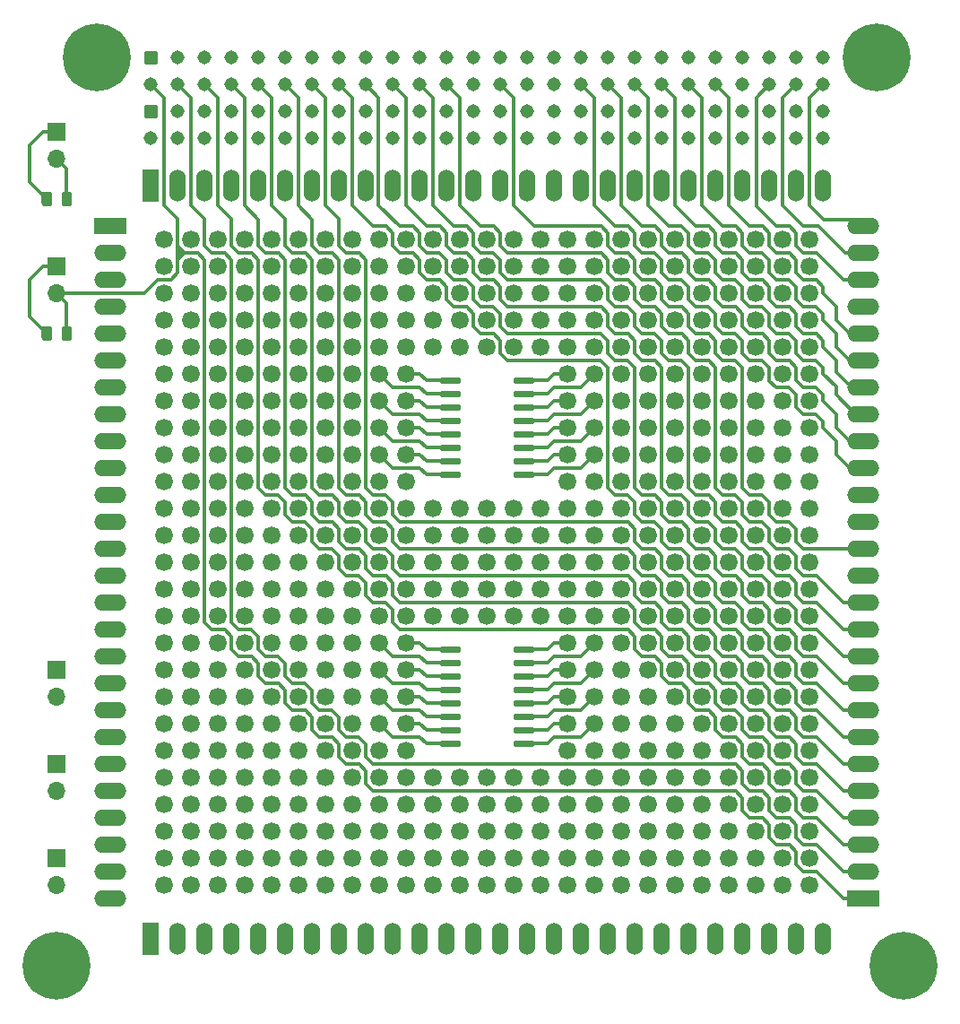
<source format=gtl>
G04 #@! TF.GenerationSoftware,KiCad,Pcbnew,(5.1.6)-1*
G04 #@! TF.CreationDate,2020-06-25T15:36:58+02:00*
G04 #@! TF.ProjectId,board_zero,626f6172-645f-47a6-9572-6f2e6b696361,1.0*
G04 #@! TF.SameCoordinates,Original*
G04 #@! TF.FileFunction,Copper,L1,Top*
G04 #@! TF.FilePolarity,Positive*
%FSLAX46Y46*%
G04 Gerber Fmt 4.6, Leading zero omitted, Abs format (unit mm)*
G04 Created by KiCad (PCBNEW (5.1.6)-1) date 2020-06-25 15:36:58*
%MOMM*%
%LPD*%
G01*
G04 APERTURE LIST*
G04 #@! TA.AperFunction,ComponentPad*
%ADD10R,1.700000X1.700000*%
G04 #@! TD*
G04 #@! TA.AperFunction,ComponentPad*
%ADD11O,1.700000X1.700000*%
G04 #@! TD*
G04 #@! TA.AperFunction,ComponentPad*
%ADD12C,1.685000*%
G04 #@! TD*
G04 #@! TA.AperFunction,ComponentPad*
%ADD13C,1.310000*%
G04 #@! TD*
G04 #@! TA.AperFunction,ComponentPad*
%ADD14C,0.800000*%
G04 #@! TD*
G04 #@! TA.AperFunction,ComponentPad*
%ADD15C,6.400000*%
G04 #@! TD*
G04 #@! TA.AperFunction,ComponentPad*
%ADD16R,1.524000X3.048000*%
G04 #@! TD*
G04 #@! TA.AperFunction,ComponentPad*
%ADD17O,1.524000X3.048000*%
G04 #@! TD*
G04 #@! TA.AperFunction,ComponentPad*
%ADD18R,3.048000X1.524000*%
G04 #@! TD*
G04 #@! TA.AperFunction,ComponentPad*
%ADD19O,3.048000X1.524000*%
G04 #@! TD*
G04 #@! TA.AperFunction,Conductor*
%ADD20C,0.350000*%
G04 #@! TD*
G04 APERTURE END LIST*
D10*
X26670000Y-104140000D03*
D11*
X26670000Y-106680000D03*
D10*
X26670000Y-95250000D03*
D11*
X26670000Y-97790000D03*
G04 #@! TA.AperFunction,SMDPad,CuDef*
G36*
G01*
X26220000Y-54153750D02*
X26220000Y-55066250D01*
G75*
G02*
X25976250Y-55310000I-243750J0D01*
G01*
X25488750Y-55310000D01*
G75*
G02*
X25245000Y-55066250I0J243750D01*
G01*
X25245000Y-54153750D01*
G75*
G02*
X25488750Y-53910000I243750J0D01*
G01*
X25976250Y-53910000D01*
G75*
G02*
X26220000Y-54153750I0J-243750D01*
G01*
G37*
G04 #@! TD.AperFunction*
G04 #@! TA.AperFunction,SMDPad,CuDef*
G36*
G01*
X28095000Y-54153750D02*
X28095000Y-55066250D01*
G75*
G02*
X27851250Y-55310000I-243750J0D01*
G01*
X27363750Y-55310000D01*
G75*
G02*
X27120000Y-55066250I0J243750D01*
G01*
X27120000Y-54153750D01*
G75*
G02*
X27363750Y-53910000I243750J0D01*
G01*
X27851250Y-53910000D01*
G75*
G02*
X28095000Y-54153750I0J-243750D01*
G01*
G37*
G04 #@! TD.AperFunction*
G04 #@! TA.AperFunction,SMDPad,CuDef*
G36*
G01*
X26220000Y-41453750D02*
X26220000Y-42366250D01*
G75*
G02*
X25976250Y-42610000I-243750J0D01*
G01*
X25488750Y-42610000D01*
G75*
G02*
X25245000Y-42366250I0J243750D01*
G01*
X25245000Y-41453750D01*
G75*
G02*
X25488750Y-41210000I243750J0D01*
G01*
X25976250Y-41210000D01*
G75*
G02*
X26220000Y-41453750I0J-243750D01*
G01*
G37*
G04 #@! TD.AperFunction*
G04 #@! TA.AperFunction,SMDPad,CuDef*
G36*
G01*
X28095000Y-41453750D02*
X28095000Y-42366250D01*
G75*
G02*
X27851250Y-42610000I-243750J0D01*
G01*
X27363750Y-42610000D01*
G75*
G02*
X27120000Y-42366250I0J243750D01*
G01*
X27120000Y-41453750D01*
G75*
G02*
X27363750Y-41210000I243750J0D01*
G01*
X27851250Y-41210000D01*
G75*
G02*
X28095000Y-41453750I0J-243750D01*
G01*
G37*
G04 #@! TD.AperFunction*
D10*
X26670000Y-86360000D03*
D11*
X26670000Y-88900000D03*
D10*
X26670000Y-35560000D03*
D11*
X26670000Y-38100000D03*
D10*
X26670000Y-48260000D03*
D11*
X26670000Y-50800000D03*
D12*
X36830000Y-45720000D03*
X39370000Y-45720000D03*
X41910000Y-45720000D03*
X44450000Y-45720000D03*
X46990000Y-45720000D03*
X49530000Y-45720000D03*
X52070000Y-45720000D03*
X54610000Y-45720000D03*
X57150000Y-45720000D03*
X59690000Y-45720000D03*
X62230000Y-45720000D03*
X64770000Y-45720000D03*
X67310000Y-45720000D03*
X69850000Y-45720000D03*
X72390000Y-45720000D03*
X74930000Y-45720000D03*
X77470000Y-45720000D03*
X80010000Y-45720000D03*
X82550000Y-45720000D03*
X85090000Y-45720000D03*
X87630000Y-45720000D03*
X90170000Y-45720000D03*
X92710000Y-45720000D03*
X95250000Y-45720000D03*
X97790000Y-45720000D03*
X36830000Y-48260000D03*
X39370000Y-48260000D03*
X41910000Y-48260000D03*
X44450000Y-48260000D03*
X46990000Y-48260000D03*
X49530000Y-48260000D03*
X52070000Y-48260000D03*
X54610000Y-48260000D03*
X57150000Y-48260000D03*
X59690000Y-48260000D03*
X62230000Y-48260000D03*
X64770000Y-48260000D03*
X67310000Y-48260000D03*
X69850000Y-48260000D03*
X72390000Y-48260000D03*
X74930000Y-48260000D03*
X77470000Y-48260000D03*
X80010000Y-48260000D03*
X82550000Y-48260000D03*
X85090000Y-48260000D03*
X87630000Y-48260000D03*
X90170000Y-48260000D03*
X92710000Y-48260000D03*
X95250000Y-48260000D03*
X97790000Y-48260000D03*
X36830000Y-50800000D03*
X39370000Y-50800000D03*
X41910000Y-50800000D03*
X44450000Y-50800000D03*
X46990000Y-50800000D03*
X49530000Y-50800000D03*
X52070000Y-50800000D03*
X54610000Y-50800000D03*
X57150000Y-50800000D03*
X59690000Y-50800000D03*
X62230000Y-50800000D03*
X64770000Y-50800000D03*
X67310000Y-50800000D03*
X69850000Y-50800000D03*
X72390000Y-50800000D03*
X74930000Y-50800000D03*
X77470000Y-50800000D03*
X80010000Y-50800000D03*
X82550000Y-50800000D03*
X85090000Y-50800000D03*
X87630000Y-50800000D03*
X90170000Y-50800000D03*
X92710000Y-50800000D03*
X95250000Y-50800000D03*
X97790000Y-50800000D03*
X36830000Y-53340000D03*
X39370000Y-53340000D03*
X41910000Y-53340000D03*
X44450000Y-53340000D03*
X46990000Y-53340000D03*
X49530000Y-53340000D03*
X52070000Y-53340000D03*
X54610000Y-53340000D03*
X57150000Y-53340000D03*
X59690000Y-53340000D03*
X62230000Y-53340000D03*
X64770000Y-53340000D03*
X67310000Y-53340000D03*
X69850000Y-53340000D03*
X72390000Y-53340000D03*
X74930000Y-53340000D03*
X77470000Y-53340000D03*
X80010000Y-53340000D03*
X82550000Y-53340000D03*
X85090000Y-53340000D03*
X87630000Y-53340000D03*
X90170000Y-53340000D03*
X92710000Y-53340000D03*
X95250000Y-53340000D03*
X97790000Y-53340000D03*
X36830000Y-55880000D03*
X39370000Y-55880000D03*
X41910000Y-55880000D03*
X44450000Y-55880000D03*
X46990000Y-55880000D03*
X49530000Y-55880000D03*
X52070000Y-55880000D03*
X54610000Y-55880000D03*
X57150000Y-55880000D03*
X59690000Y-55880000D03*
X62230000Y-55880000D03*
X64770000Y-55880000D03*
X67310000Y-55880000D03*
X69850000Y-55880000D03*
X72390000Y-55880000D03*
X74930000Y-55880000D03*
X77470000Y-55880000D03*
X80010000Y-55880000D03*
X82550000Y-55880000D03*
X85090000Y-55880000D03*
X87630000Y-55880000D03*
X90170000Y-55880000D03*
X92710000Y-55880000D03*
X95250000Y-55880000D03*
X97790000Y-55880000D03*
X36830000Y-58420000D03*
X39370000Y-58420000D03*
X41910000Y-58420000D03*
X44450000Y-58420000D03*
X46990000Y-58420000D03*
X49530000Y-58420000D03*
X52070000Y-58420000D03*
X54610000Y-58420000D03*
X80010000Y-58420000D03*
X82550000Y-58420000D03*
X85090000Y-58420000D03*
X87630000Y-58420000D03*
X90170000Y-58420000D03*
X92710000Y-58420000D03*
X95250000Y-58420000D03*
X97790000Y-58420000D03*
X36830000Y-60960000D03*
X39370000Y-60960000D03*
X41910000Y-60960000D03*
X44450000Y-60960000D03*
X46990000Y-60960000D03*
X49530000Y-60960000D03*
X52070000Y-60960000D03*
X54610000Y-60960000D03*
X80010000Y-60960000D03*
X82550000Y-60960000D03*
X85090000Y-60960000D03*
X87630000Y-60960000D03*
X90170000Y-60960000D03*
X92710000Y-60960000D03*
X95250000Y-60960000D03*
X97790000Y-60960000D03*
X36830000Y-63500000D03*
X39370000Y-63500000D03*
X41910000Y-63500000D03*
X44450000Y-63500000D03*
X46990000Y-63500000D03*
X49530000Y-63500000D03*
X52070000Y-63500000D03*
X54610000Y-63500000D03*
X80010000Y-63500000D03*
X82550000Y-63500000D03*
X85090000Y-63500000D03*
X87630000Y-63500000D03*
X90170000Y-63500000D03*
X92710000Y-63500000D03*
X95250000Y-63500000D03*
X97790000Y-63500000D03*
X36830000Y-66040000D03*
X39370000Y-66040000D03*
X41910000Y-66040000D03*
X44450000Y-66040000D03*
X46990000Y-66040000D03*
X49530000Y-66040000D03*
X52070000Y-66040000D03*
X54610000Y-66040000D03*
X80010000Y-66040000D03*
X82550000Y-66040000D03*
X85090000Y-66040000D03*
X87630000Y-66040000D03*
X90170000Y-66040000D03*
X92710000Y-66040000D03*
X95250000Y-66040000D03*
X97790000Y-66040000D03*
X36830000Y-68580000D03*
X39370000Y-68580000D03*
X41910000Y-68580000D03*
X44450000Y-68580000D03*
X46990000Y-68580000D03*
X49530000Y-68580000D03*
X52070000Y-68580000D03*
X54610000Y-68580000D03*
X57150000Y-68580000D03*
X59690000Y-68580000D03*
X74930000Y-68580000D03*
X77470000Y-68580000D03*
X80010000Y-68580000D03*
X82550000Y-68580000D03*
X85090000Y-68580000D03*
X87630000Y-68580000D03*
X90170000Y-68580000D03*
X92710000Y-68580000D03*
X95250000Y-68580000D03*
X97790000Y-68580000D03*
X36830000Y-71120000D03*
X39370000Y-71120000D03*
X41910000Y-71120000D03*
X44450000Y-71120000D03*
X46990000Y-71120000D03*
X49530000Y-71120000D03*
X52070000Y-71120000D03*
X54610000Y-71120000D03*
X57150000Y-71120000D03*
X59690000Y-71120000D03*
X62230000Y-71120000D03*
X64770000Y-71120000D03*
X67310000Y-71120000D03*
X69850000Y-71120000D03*
X72390000Y-71120000D03*
X74930000Y-71120000D03*
X77470000Y-71120000D03*
X80010000Y-71120000D03*
X82550000Y-71120000D03*
X85090000Y-71120000D03*
X87630000Y-71120000D03*
X90170000Y-71120000D03*
X92710000Y-71120000D03*
X95250000Y-71120000D03*
X97790000Y-71120000D03*
X36830000Y-73660000D03*
X39370000Y-73660000D03*
X41910000Y-73660000D03*
X44450000Y-73660000D03*
X46990000Y-73660000D03*
X49530000Y-73660000D03*
X52070000Y-73660000D03*
X54610000Y-73660000D03*
X57150000Y-73660000D03*
X59690000Y-73660000D03*
X62230000Y-73660000D03*
X64770000Y-73660000D03*
X67310000Y-73660000D03*
X69850000Y-73660000D03*
X72390000Y-73660000D03*
X74930000Y-73660000D03*
X77470000Y-73660000D03*
X80010000Y-73660000D03*
X82550000Y-73660000D03*
X85090000Y-73660000D03*
X87630000Y-73660000D03*
X90170000Y-73660000D03*
X92710000Y-73660000D03*
X95250000Y-73660000D03*
X97790000Y-73660000D03*
X36830000Y-76200000D03*
X39370000Y-76200000D03*
X41910000Y-76200000D03*
X44450000Y-76200000D03*
X46990000Y-76200000D03*
X49530000Y-76200000D03*
X52070000Y-76200000D03*
X54610000Y-76200000D03*
X57150000Y-76200000D03*
X59690000Y-76200000D03*
X62230000Y-76200000D03*
X64770000Y-76200000D03*
X67310000Y-76200000D03*
X69850000Y-76200000D03*
X72390000Y-76200000D03*
X74930000Y-76200000D03*
X77470000Y-76200000D03*
X80010000Y-76200000D03*
X82550000Y-76200000D03*
X85090000Y-76200000D03*
X87630000Y-76200000D03*
X90170000Y-76200000D03*
X92710000Y-76200000D03*
X95250000Y-76200000D03*
X97790000Y-76200000D03*
X36830000Y-78740000D03*
X39370000Y-78740000D03*
X41910000Y-78740000D03*
X44450000Y-78740000D03*
X46990000Y-78740000D03*
X49530000Y-78740000D03*
X52070000Y-78740000D03*
X54610000Y-78740000D03*
X57150000Y-78740000D03*
X59690000Y-78740000D03*
X62230000Y-78740000D03*
X64770000Y-78740000D03*
X67310000Y-78740000D03*
X69850000Y-78740000D03*
X72390000Y-78740000D03*
X74930000Y-78740000D03*
X77470000Y-78740000D03*
X80010000Y-78740000D03*
X82550000Y-78740000D03*
X85090000Y-78740000D03*
X87630000Y-78740000D03*
X90170000Y-78740000D03*
X92710000Y-78740000D03*
X95250000Y-78740000D03*
X97790000Y-78740000D03*
X36830000Y-81280000D03*
X39370000Y-81280000D03*
X41910000Y-81280000D03*
X44450000Y-81280000D03*
X46990000Y-81280000D03*
X49530000Y-81280000D03*
X52070000Y-81280000D03*
X54610000Y-81280000D03*
X57150000Y-81280000D03*
X59690000Y-81280000D03*
X62230000Y-81280000D03*
X64770000Y-81280000D03*
X67310000Y-81280000D03*
X69850000Y-81280000D03*
X72390000Y-81280000D03*
X74930000Y-81280000D03*
X77470000Y-81280000D03*
X80010000Y-81280000D03*
X82550000Y-81280000D03*
X85090000Y-81280000D03*
X87630000Y-81280000D03*
X90170000Y-81280000D03*
X92710000Y-81280000D03*
X95250000Y-81280000D03*
X97790000Y-81280000D03*
X36830000Y-83820000D03*
X39370000Y-83820000D03*
X41910000Y-83820000D03*
X44450000Y-83820000D03*
X46990000Y-83820000D03*
X49530000Y-83820000D03*
X52070000Y-83820000D03*
X54610000Y-83820000D03*
X80010000Y-83820000D03*
X82550000Y-83820000D03*
X85090000Y-83820000D03*
X87630000Y-83820000D03*
X90170000Y-83820000D03*
X92710000Y-83820000D03*
X95250000Y-83820000D03*
X97790000Y-83820000D03*
X36830000Y-86360000D03*
X39370000Y-86360000D03*
X41910000Y-86360000D03*
X44450000Y-86360000D03*
X46990000Y-86360000D03*
X49530000Y-86360000D03*
X52070000Y-86360000D03*
X54610000Y-86360000D03*
X80010000Y-86360000D03*
X82550000Y-86360000D03*
X85090000Y-86360000D03*
X87630000Y-86360000D03*
X90170000Y-86360000D03*
X92710000Y-86360000D03*
X95250000Y-86360000D03*
X97790000Y-86360000D03*
X36830000Y-88900000D03*
X39370000Y-88900000D03*
X41910000Y-88900000D03*
X44450000Y-88900000D03*
X46990000Y-88900000D03*
X49530000Y-88900000D03*
X52070000Y-88900000D03*
X54610000Y-88900000D03*
X80010000Y-88900000D03*
X82550000Y-88900000D03*
X85090000Y-88900000D03*
X87630000Y-88900000D03*
X90170000Y-88900000D03*
X92710000Y-88900000D03*
X95250000Y-88900000D03*
X97790000Y-88900000D03*
X36830000Y-91440000D03*
X39370000Y-91440000D03*
X41910000Y-91440000D03*
X44450000Y-91440000D03*
X46990000Y-91440000D03*
X49530000Y-91440000D03*
X52070000Y-91440000D03*
X54610000Y-91440000D03*
X80010000Y-91440000D03*
X82550000Y-91440000D03*
X85090000Y-91440000D03*
X87630000Y-91440000D03*
X90170000Y-91440000D03*
X92710000Y-91440000D03*
X95250000Y-91440000D03*
X97790000Y-91440000D03*
X36830000Y-93980000D03*
X39370000Y-93980000D03*
X41910000Y-93980000D03*
X44450000Y-93980000D03*
X46990000Y-93980000D03*
X49530000Y-93980000D03*
X52070000Y-93980000D03*
X54610000Y-93980000D03*
X80010000Y-93980000D03*
X82550000Y-93980000D03*
X85090000Y-93980000D03*
X87630000Y-93980000D03*
X90170000Y-93980000D03*
X92710000Y-93980000D03*
X95250000Y-93980000D03*
X97790000Y-93980000D03*
X36830000Y-96520000D03*
X39370000Y-96520000D03*
X41910000Y-96520000D03*
X44450000Y-96520000D03*
X46990000Y-96520000D03*
X49530000Y-96520000D03*
X52070000Y-96520000D03*
X54610000Y-96520000D03*
X57150000Y-96520000D03*
X59690000Y-96520000D03*
X74930000Y-96520000D03*
X77470000Y-96520000D03*
X80010000Y-96520000D03*
X82550000Y-96520000D03*
X85090000Y-96520000D03*
X87630000Y-96520000D03*
X90170000Y-96520000D03*
X92710000Y-96520000D03*
X95250000Y-96520000D03*
X97790000Y-96520000D03*
X36830000Y-99060000D03*
X39370000Y-99060000D03*
X41910000Y-99060000D03*
X44450000Y-99060000D03*
X46990000Y-99060000D03*
X49530000Y-99060000D03*
X52070000Y-99060000D03*
X54610000Y-99060000D03*
X57150000Y-99060000D03*
X59690000Y-99060000D03*
X62230000Y-99060000D03*
X64770000Y-99060000D03*
X67310000Y-99060000D03*
X69850000Y-99060000D03*
X72390000Y-99060000D03*
X74930000Y-99060000D03*
X77470000Y-99060000D03*
X80010000Y-99060000D03*
X82550000Y-99060000D03*
X85090000Y-99060000D03*
X87630000Y-99060000D03*
X90170000Y-99060000D03*
X92710000Y-99060000D03*
X95250000Y-99060000D03*
X97790000Y-99060000D03*
X36830000Y-101600000D03*
X39370000Y-101600000D03*
X41910000Y-101600000D03*
X44450000Y-101600000D03*
X46990000Y-101600000D03*
X49530000Y-101600000D03*
X52070000Y-101600000D03*
X54610000Y-101600000D03*
X57150000Y-101600000D03*
X59690000Y-101600000D03*
X62230000Y-101600000D03*
X64770000Y-101600000D03*
X67310000Y-101600000D03*
X69850000Y-101600000D03*
X72390000Y-101600000D03*
X74930000Y-101600000D03*
X77470000Y-101600000D03*
X80010000Y-101600000D03*
X82550000Y-101600000D03*
X85090000Y-101600000D03*
X87630000Y-101600000D03*
X90170000Y-101600000D03*
X92710000Y-101600000D03*
X95250000Y-101600000D03*
X97790000Y-101600000D03*
X36830000Y-104140000D03*
X39370000Y-104140000D03*
X41910000Y-104140000D03*
X44450000Y-104140000D03*
X46990000Y-104140000D03*
X49530000Y-104140000D03*
X52070000Y-104140000D03*
X54610000Y-104140000D03*
X57150000Y-104140000D03*
X59690000Y-104140000D03*
X62230000Y-104140000D03*
X64770000Y-104140000D03*
X67310000Y-104140000D03*
X69850000Y-104140000D03*
X72390000Y-104140000D03*
X74930000Y-104140000D03*
X77470000Y-104140000D03*
X80010000Y-104140000D03*
X82550000Y-104140000D03*
X85090000Y-104140000D03*
X87630000Y-104140000D03*
X90170000Y-104140000D03*
X92710000Y-104140000D03*
X95250000Y-104140000D03*
X97790000Y-104140000D03*
X36830000Y-106680000D03*
X39370000Y-106680000D03*
X41910000Y-106680000D03*
X44450000Y-106680000D03*
X46990000Y-106680000D03*
X49530000Y-106680000D03*
X52070000Y-106680000D03*
X54610000Y-106680000D03*
X57150000Y-106680000D03*
X59690000Y-106680000D03*
X62230000Y-106680000D03*
X64770000Y-106680000D03*
X67310000Y-106680000D03*
X69850000Y-106680000D03*
X72390000Y-106680000D03*
X74930000Y-106680000D03*
X77470000Y-106680000D03*
X80010000Y-106680000D03*
X82550000Y-106680000D03*
X85090000Y-106680000D03*
X87630000Y-106680000D03*
X90170000Y-106680000D03*
X92710000Y-106680000D03*
X95250000Y-106680000D03*
X97790000Y-106680000D03*
X62230000Y-96520000D03*
X64770000Y-96520000D03*
X67310000Y-96520000D03*
X69850000Y-96520000D03*
X72390000Y-96520000D03*
X57150000Y-93980000D03*
X59690000Y-93980000D03*
X74930000Y-93980000D03*
X77470000Y-93980000D03*
D13*
X99060000Y-36195000D03*
X96520000Y-36195000D03*
X93980000Y-36195000D03*
X91440000Y-36195000D03*
X88900000Y-36195000D03*
X86360000Y-36195000D03*
X83820000Y-36195000D03*
X81280000Y-36195000D03*
X78740000Y-36195000D03*
X76200000Y-36195000D03*
X73660000Y-36195000D03*
X71120000Y-36195000D03*
X68580000Y-36195000D03*
X66040000Y-36195000D03*
X63500000Y-36195000D03*
X60960000Y-36195000D03*
X58420000Y-36195000D03*
X55880000Y-36195000D03*
X53340000Y-36195000D03*
X50800000Y-36195000D03*
X48260000Y-36195000D03*
X45720000Y-36195000D03*
X43180000Y-36195000D03*
X40640000Y-36195000D03*
X38100000Y-36195000D03*
X35560000Y-36195000D03*
X99060000Y-33655000D03*
X96520000Y-33655000D03*
X93980000Y-33655000D03*
X91440000Y-33655000D03*
X88900000Y-33655000D03*
X86360000Y-33655000D03*
X83820000Y-33655000D03*
X81280000Y-33655000D03*
X78740000Y-33655000D03*
X76200000Y-33655000D03*
X73660000Y-33655000D03*
X71120000Y-33655000D03*
X68580000Y-33655000D03*
X66040000Y-33655000D03*
X63500000Y-33655000D03*
X60960000Y-33655000D03*
X58420000Y-33655000D03*
X55880000Y-33655000D03*
X53340000Y-33655000D03*
X50800000Y-33655000D03*
X48260000Y-33655000D03*
X45720000Y-33655000D03*
X43180000Y-33655000D03*
X40640000Y-33655000D03*
X38100000Y-33655000D03*
G04 #@! TA.AperFunction,ComponentPad*
G36*
G01*
X34905000Y-34060000D02*
X34905000Y-33250000D01*
G75*
G02*
X35155000Y-33000000I250000J0D01*
G01*
X35965000Y-33000000D01*
G75*
G02*
X36215000Y-33250000I0J-250000D01*
G01*
X36215000Y-34060000D01*
G75*
G02*
X35965000Y-34310000I-250000J0D01*
G01*
X35155000Y-34310000D01*
G75*
G02*
X34905000Y-34060000I0J250000D01*
G01*
G37*
G04 #@! TD.AperFunction*
X99060000Y-31115000D03*
X96520000Y-31115000D03*
X93980000Y-31115000D03*
X91440000Y-31115000D03*
X88900000Y-31115000D03*
X86360000Y-31115000D03*
X83820000Y-31115000D03*
X81280000Y-31115000D03*
X78740000Y-31115000D03*
X76200000Y-31115000D03*
X73660000Y-31115000D03*
X71120000Y-31115000D03*
X68580000Y-31115000D03*
X66040000Y-31115000D03*
X63500000Y-31115000D03*
X60960000Y-31115000D03*
X58420000Y-31115000D03*
X55880000Y-31115000D03*
X53340000Y-31115000D03*
X50800000Y-31115000D03*
X48260000Y-31115000D03*
X45720000Y-31115000D03*
X43180000Y-31115000D03*
X40640000Y-31115000D03*
X38100000Y-31115000D03*
X35560000Y-31115000D03*
X99060000Y-28575000D03*
X96520000Y-28575000D03*
X93980000Y-28575000D03*
X91440000Y-28575000D03*
X88900000Y-28575000D03*
X86360000Y-28575000D03*
X83820000Y-28575000D03*
X81280000Y-28575000D03*
X78740000Y-28575000D03*
X76200000Y-28575000D03*
X73660000Y-28575000D03*
X71120000Y-28575000D03*
X68580000Y-28575000D03*
X66040000Y-28575000D03*
X63500000Y-28575000D03*
X60960000Y-28575000D03*
X58420000Y-28575000D03*
X55880000Y-28575000D03*
X53340000Y-28575000D03*
X50800000Y-28575000D03*
X48260000Y-28575000D03*
X45720000Y-28575000D03*
X43180000Y-28575000D03*
X40640000Y-28575000D03*
X38100000Y-28575000D03*
G04 #@! TA.AperFunction,ComponentPad*
G36*
G01*
X34905000Y-28980000D02*
X34905000Y-28170000D01*
G75*
G02*
X35155000Y-27920000I250000J0D01*
G01*
X35965000Y-27920000D01*
G75*
G02*
X36215000Y-28170000I0J-250000D01*
G01*
X36215000Y-28980000D01*
G75*
G02*
X35965000Y-29230000I-250000J0D01*
G01*
X35155000Y-29230000D01*
G75*
G02*
X34905000Y-28980000I0J250000D01*
G01*
G37*
G04 #@! TD.AperFunction*
D12*
X77470000Y-58420000D03*
X74930000Y-58420000D03*
X77470000Y-60960000D03*
X74930000Y-60960000D03*
X77470000Y-63500000D03*
X74930000Y-63500000D03*
X77470000Y-66040000D03*
X74930000Y-66040000D03*
X59690000Y-66040000D03*
X57150000Y-66040000D03*
X59690000Y-63500000D03*
X57150000Y-63500000D03*
X59690000Y-60960000D03*
X57150000Y-60960000D03*
X59690000Y-58420000D03*
X57150000Y-58420000D03*
G04 #@! TA.AperFunction,SMDPad,CuDef*
G36*
G01*
X69785000Y-61745000D02*
X69785000Y-61445000D01*
G75*
G02*
X69935000Y-61295000I150000J0D01*
G01*
X71610000Y-61295000D01*
G75*
G02*
X71760000Y-61445000I0J-150000D01*
G01*
X71760000Y-61745000D01*
G75*
G02*
X71610000Y-61895000I-150000J0D01*
G01*
X69935000Y-61895000D01*
G75*
G02*
X69785000Y-61745000I0J150000D01*
G01*
G37*
G04 #@! TD.AperFunction*
G04 #@! TA.AperFunction,SMDPad,CuDef*
G36*
G01*
X69785000Y-59205000D02*
X69785000Y-58905000D01*
G75*
G02*
X69935000Y-58755000I150000J0D01*
G01*
X71610000Y-58755000D01*
G75*
G02*
X71760000Y-58905000I0J-150000D01*
G01*
X71760000Y-59205000D01*
G75*
G02*
X71610000Y-59355000I-150000J0D01*
G01*
X69935000Y-59355000D01*
G75*
G02*
X69785000Y-59205000I0J150000D01*
G01*
G37*
G04 #@! TD.AperFunction*
G04 #@! TA.AperFunction,SMDPad,CuDef*
G36*
G01*
X62860000Y-65555000D02*
X62860000Y-65255000D01*
G75*
G02*
X63010000Y-65105000I150000J0D01*
G01*
X64685000Y-65105000D01*
G75*
G02*
X64835000Y-65255000I0J-150000D01*
G01*
X64835000Y-65555000D01*
G75*
G02*
X64685000Y-65705000I-150000J0D01*
G01*
X63010000Y-65705000D01*
G75*
G02*
X62860000Y-65555000I0J150000D01*
G01*
G37*
G04 #@! TD.AperFunction*
G04 #@! TA.AperFunction,SMDPad,CuDef*
G36*
G01*
X69785000Y-63015000D02*
X69785000Y-62715000D01*
G75*
G02*
X69935000Y-62565000I150000J0D01*
G01*
X71610000Y-62565000D01*
G75*
G02*
X71760000Y-62715000I0J-150000D01*
G01*
X71760000Y-63015000D01*
G75*
G02*
X71610000Y-63165000I-150000J0D01*
G01*
X69935000Y-63165000D01*
G75*
G02*
X69785000Y-63015000I0J150000D01*
G01*
G37*
G04 #@! TD.AperFunction*
G04 #@! TA.AperFunction,SMDPad,CuDef*
G36*
G01*
X62860000Y-60475000D02*
X62860000Y-60175000D01*
G75*
G02*
X63010000Y-60025000I150000J0D01*
G01*
X64685000Y-60025000D01*
G75*
G02*
X64835000Y-60175000I0J-150000D01*
G01*
X64835000Y-60475000D01*
G75*
G02*
X64685000Y-60625000I-150000J0D01*
G01*
X63010000Y-60625000D01*
G75*
G02*
X62860000Y-60475000I0J150000D01*
G01*
G37*
G04 #@! TD.AperFunction*
G04 #@! TA.AperFunction,SMDPad,CuDef*
G36*
G01*
X62860000Y-61745000D02*
X62860000Y-61445000D01*
G75*
G02*
X63010000Y-61295000I150000J0D01*
G01*
X64685000Y-61295000D01*
G75*
G02*
X64835000Y-61445000I0J-150000D01*
G01*
X64835000Y-61745000D01*
G75*
G02*
X64685000Y-61895000I-150000J0D01*
G01*
X63010000Y-61895000D01*
G75*
G02*
X62860000Y-61745000I0J150000D01*
G01*
G37*
G04 #@! TD.AperFunction*
G04 #@! TA.AperFunction,SMDPad,CuDef*
G36*
G01*
X62860000Y-68095000D02*
X62860000Y-67795000D01*
G75*
G02*
X63010000Y-67645000I150000J0D01*
G01*
X64685000Y-67645000D01*
G75*
G02*
X64835000Y-67795000I0J-150000D01*
G01*
X64835000Y-68095000D01*
G75*
G02*
X64685000Y-68245000I-150000J0D01*
G01*
X63010000Y-68245000D01*
G75*
G02*
X62860000Y-68095000I0J150000D01*
G01*
G37*
G04 #@! TD.AperFunction*
G04 #@! TA.AperFunction,SMDPad,CuDef*
G36*
G01*
X69785000Y-64285000D02*
X69785000Y-63985000D01*
G75*
G02*
X69935000Y-63835000I150000J0D01*
G01*
X71610000Y-63835000D01*
G75*
G02*
X71760000Y-63985000I0J-150000D01*
G01*
X71760000Y-64285000D01*
G75*
G02*
X71610000Y-64435000I-150000J0D01*
G01*
X69935000Y-64435000D01*
G75*
G02*
X69785000Y-64285000I0J150000D01*
G01*
G37*
G04 #@! TD.AperFunction*
G04 #@! TA.AperFunction,SMDPad,CuDef*
G36*
G01*
X62860000Y-59205000D02*
X62860000Y-58905000D01*
G75*
G02*
X63010000Y-58755000I150000J0D01*
G01*
X64685000Y-58755000D01*
G75*
G02*
X64835000Y-58905000I0J-150000D01*
G01*
X64835000Y-59205000D01*
G75*
G02*
X64685000Y-59355000I-150000J0D01*
G01*
X63010000Y-59355000D01*
G75*
G02*
X62860000Y-59205000I0J150000D01*
G01*
G37*
G04 #@! TD.AperFunction*
G04 #@! TA.AperFunction,SMDPad,CuDef*
G36*
G01*
X62860000Y-64285000D02*
X62860000Y-63985000D01*
G75*
G02*
X63010000Y-63835000I150000J0D01*
G01*
X64685000Y-63835000D01*
G75*
G02*
X64835000Y-63985000I0J-150000D01*
G01*
X64835000Y-64285000D01*
G75*
G02*
X64685000Y-64435000I-150000J0D01*
G01*
X63010000Y-64435000D01*
G75*
G02*
X62860000Y-64285000I0J150000D01*
G01*
G37*
G04 #@! TD.AperFunction*
G04 #@! TA.AperFunction,SMDPad,CuDef*
G36*
G01*
X62860000Y-66825000D02*
X62860000Y-66525000D01*
G75*
G02*
X63010000Y-66375000I150000J0D01*
G01*
X64685000Y-66375000D01*
G75*
G02*
X64835000Y-66525000I0J-150000D01*
G01*
X64835000Y-66825000D01*
G75*
G02*
X64685000Y-66975000I-150000J0D01*
G01*
X63010000Y-66975000D01*
G75*
G02*
X62860000Y-66825000I0J150000D01*
G01*
G37*
G04 #@! TD.AperFunction*
G04 #@! TA.AperFunction,SMDPad,CuDef*
G36*
G01*
X62860000Y-63015000D02*
X62860000Y-62715000D01*
G75*
G02*
X63010000Y-62565000I150000J0D01*
G01*
X64685000Y-62565000D01*
G75*
G02*
X64835000Y-62715000I0J-150000D01*
G01*
X64835000Y-63015000D01*
G75*
G02*
X64685000Y-63165000I-150000J0D01*
G01*
X63010000Y-63165000D01*
G75*
G02*
X62860000Y-63015000I0J150000D01*
G01*
G37*
G04 #@! TD.AperFunction*
G04 #@! TA.AperFunction,SMDPad,CuDef*
G36*
G01*
X69785000Y-65555000D02*
X69785000Y-65255000D01*
G75*
G02*
X69935000Y-65105000I150000J0D01*
G01*
X71610000Y-65105000D01*
G75*
G02*
X71760000Y-65255000I0J-150000D01*
G01*
X71760000Y-65555000D01*
G75*
G02*
X71610000Y-65705000I-150000J0D01*
G01*
X69935000Y-65705000D01*
G75*
G02*
X69785000Y-65555000I0J150000D01*
G01*
G37*
G04 #@! TD.AperFunction*
G04 #@! TA.AperFunction,SMDPad,CuDef*
G36*
G01*
X69785000Y-60475000D02*
X69785000Y-60175000D01*
G75*
G02*
X69935000Y-60025000I150000J0D01*
G01*
X71610000Y-60025000D01*
G75*
G02*
X71760000Y-60175000I0J-150000D01*
G01*
X71760000Y-60475000D01*
G75*
G02*
X71610000Y-60625000I-150000J0D01*
G01*
X69935000Y-60625000D01*
G75*
G02*
X69785000Y-60475000I0J150000D01*
G01*
G37*
G04 #@! TD.AperFunction*
G04 #@! TA.AperFunction,SMDPad,CuDef*
G36*
G01*
X69785000Y-68095000D02*
X69785000Y-67795000D01*
G75*
G02*
X69935000Y-67645000I150000J0D01*
G01*
X71610000Y-67645000D01*
G75*
G02*
X71760000Y-67795000I0J-150000D01*
G01*
X71760000Y-68095000D01*
G75*
G02*
X71610000Y-68245000I-150000J0D01*
G01*
X69935000Y-68245000D01*
G75*
G02*
X69785000Y-68095000I0J150000D01*
G01*
G37*
G04 #@! TD.AperFunction*
G04 #@! TA.AperFunction,SMDPad,CuDef*
G36*
G01*
X69785000Y-66825000D02*
X69785000Y-66525000D01*
G75*
G02*
X69935000Y-66375000I150000J0D01*
G01*
X71610000Y-66375000D01*
G75*
G02*
X71760000Y-66525000I0J-150000D01*
G01*
X71760000Y-66825000D01*
G75*
G02*
X71610000Y-66975000I-150000J0D01*
G01*
X69935000Y-66975000D01*
G75*
G02*
X69785000Y-66825000I0J150000D01*
G01*
G37*
G04 #@! TD.AperFunction*
X77470000Y-83820000D03*
X74930000Y-83820000D03*
X77470000Y-86360000D03*
X74930000Y-86360000D03*
X77470000Y-88900000D03*
X74930000Y-88900000D03*
X77470000Y-91440000D03*
X74930000Y-91440000D03*
X59690000Y-91440000D03*
X57150000Y-91440000D03*
X59690000Y-88900000D03*
X57150000Y-88900000D03*
X59690000Y-86360000D03*
X57150000Y-86360000D03*
X59690000Y-83820000D03*
X57150000Y-83820000D03*
G04 #@! TA.AperFunction,SMDPad,CuDef*
G36*
G01*
X69785000Y-87145000D02*
X69785000Y-86845000D01*
G75*
G02*
X69935000Y-86695000I150000J0D01*
G01*
X71610000Y-86695000D01*
G75*
G02*
X71760000Y-86845000I0J-150000D01*
G01*
X71760000Y-87145000D01*
G75*
G02*
X71610000Y-87295000I-150000J0D01*
G01*
X69935000Y-87295000D01*
G75*
G02*
X69785000Y-87145000I0J150000D01*
G01*
G37*
G04 #@! TD.AperFunction*
G04 #@! TA.AperFunction,SMDPad,CuDef*
G36*
G01*
X69785000Y-84605000D02*
X69785000Y-84305000D01*
G75*
G02*
X69935000Y-84155000I150000J0D01*
G01*
X71610000Y-84155000D01*
G75*
G02*
X71760000Y-84305000I0J-150000D01*
G01*
X71760000Y-84605000D01*
G75*
G02*
X71610000Y-84755000I-150000J0D01*
G01*
X69935000Y-84755000D01*
G75*
G02*
X69785000Y-84605000I0J150000D01*
G01*
G37*
G04 #@! TD.AperFunction*
G04 #@! TA.AperFunction,SMDPad,CuDef*
G36*
G01*
X62860000Y-90955000D02*
X62860000Y-90655000D01*
G75*
G02*
X63010000Y-90505000I150000J0D01*
G01*
X64685000Y-90505000D01*
G75*
G02*
X64835000Y-90655000I0J-150000D01*
G01*
X64835000Y-90955000D01*
G75*
G02*
X64685000Y-91105000I-150000J0D01*
G01*
X63010000Y-91105000D01*
G75*
G02*
X62860000Y-90955000I0J150000D01*
G01*
G37*
G04 #@! TD.AperFunction*
G04 #@! TA.AperFunction,SMDPad,CuDef*
G36*
G01*
X69785000Y-88415000D02*
X69785000Y-88115000D01*
G75*
G02*
X69935000Y-87965000I150000J0D01*
G01*
X71610000Y-87965000D01*
G75*
G02*
X71760000Y-88115000I0J-150000D01*
G01*
X71760000Y-88415000D01*
G75*
G02*
X71610000Y-88565000I-150000J0D01*
G01*
X69935000Y-88565000D01*
G75*
G02*
X69785000Y-88415000I0J150000D01*
G01*
G37*
G04 #@! TD.AperFunction*
G04 #@! TA.AperFunction,SMDPad,CuDef*
G36*
G01*
X62860000Y-85875000D02*
X62860000Y-85575000D01*
G75*
G02*
X63010000Y-85425000I150000J0D01*
G01*
X64685000Y-85425000D01*
G75*
G02*
X64835000Y-85575000I0J-150000D01*
G01*
X64835000Y-85875000D01*
G75*
G02*
X64685000Y-86025000I-150000J0D01*
G01*
X63010000Y-86025000D01*
G75*
G02*
X62860000Y-85875000I0J150000D01*
G01*
G37*
G04 #@! TD.AperFunction*
G04 #@! TA.AperFunction,SMDPad,CuDef*
G36*
G01*
X62860000Y-87145000D02*
X62860000Y-86845000D01*
G75*
G02*
X63010000Y-86695000I150000J0D01*
G01*
X64685000Y-86695000D01*
G75*
G02*
X64835000Y-86845000I0J-150000D01*
G01*
X64835000Y-87145000D01*
G75*
G02*
X64685000Y-87295000I-150000J0D01*
G01*
X63010000Y-87295000D01*
G75*
G02*
X62860000Y-87145000I0J150000D01*
G01*
G37*
G04 #@! TD.AperFunction*
G04 #@! TA.AperFunction,SMDPad,CuDef*
G36*
G01*
X62860000Y-93495000D02*
X62860000Y-93195000D01*
G75*
G02*
X63010000Y-93045000I150000J0D01*
G01*
X64685000Y-93045000D01*
G75*
G02*
X64835000Y-93195000I0J-150000D01*
G01*
X64835000Y-93495000D01*
G75*
G02*
X64685000Y-93645000I-150000J0D01*
G01*
X63010000Y-93645000D01*
G75*
G02*
X62860000Y-93495000I0J150000D01*
G01*
G37*
G04 #@! TD.AperFunction*
G04 #@! TA.AperFunction,SMDPad,CuDef*
G36*
G01*
X69785000Y-89685000D02*
X69785000Y-89385000D01*
G75*
G02*
X69935000Y-89235000I150000J0D01*
G01*
X71610000Y-89235000D01*
G75*
G02*
X71760000Y-89385000I0J-150000D01*
G01*
X71760000Y-89685000D01*
G75*
G02*
X71610000Y-89835000I-150000J0D01*
G01*
X69935000Y-89835000D01*
G75*
G02*
X69785000Y-89685000I0J150000D01*
G01*
G37*
G04 #@! TD.AperFunction*
G04 #@! TA.AperFunction,SMDPad,CuDef*
G36*
G01*
X62860000Y-84605000D02*
X62860000Y-84305000D01*
G75*
G02*
X63010000Y-84155000I150000J0D01*
G01*
X64685000Y-84155000D01*
G75*
G02*
X64835000Y-84305000I0J-150000D01*
G01*
X64835000Y-84605000D01*
G75*
G02*
X64685000Y-84755000I-150000J0D01*
G01*
X63010000Y-84755000D01*
G75*
G02*
X62860000Y-84605000I0J150000D01*
G01*
G37*
G04 #@! TD.AperFunction*
G04 #@! TA.AperFunction,SMDPad,CuDef*
G36*
G01*
X62860000Y-89685000D02*
X62860000Y-89385000D01*
G75*
G02*
X63010000Y-89235000I150000J0D01*
G01*
X64685000Y-89235000D01*
G75*
G02*
X64835000Y-89385000I0J-150000D01*
G01*
X64835000Y-89685000D01*
G75*
G02*
X64685000Y-89835000I-150000J0D01*
G01*
X63010000Y-89835000D01*
G75*
G02*
X62860000Y-89685000I0J150000D01*
G01*
G37*
G04 #@! TD.AperFunction*
G04 #@! TA.AperFunction,SMDPad,CuDef*
G36*
G01*
X62860000Y-92225000D02*
X62860000Y-91925000D01*
G75*
G02*
X63010000Y-91775000I150000J0D01*
G01*
X64685000Y-91775000D01*
G75*
G02*
X64835000Y-91925000I0J-150000D01*
G01*
X64835000Y-92225000D01*
G75*
G02*
X64685000Y-92375000I-150000J0D01*
G01*
X63010000Y-92375000D01*
G75*
G02*
X62860000Y-92225000I0J150000D01*
G01*
G37*
G04 #@! TD.AperFunction*
G04 #@! TA.AperFunction,SMDPad,CuDef*
G36*
G01*
X62860000Y-88415000D02*
X62860000Y-88115000D01*
G75*
G02*
X63010000Y-87965000I150000J0D01*
G01*
X64685000Y-87965000D01*
G75*
G02*
X64835000Y-88115000I0J-150000D01*
G01*
X64835000Y-88415000D01*
G75*
G02*
X64685000Y-88565000I-150000J0D01*
G01*
X63010000Y-88565000D01*
G75*
G02*
X62860000Y-88415000I0J150000D01*
G01*
G37*
G04 #@! TD.AperFunction*
G04 #@! TA.AperFunction,SMDPad,CuDef*
G36*
G01*
X69785000Y-90955000D02*
X69785000Y-90655000D01*
G75*
G02*
X69935000Y-90505000I150000J0D01*
G01*
X71610000Y-90505000D01*
G75*
G02*
X71760000Y-90655000I0J-150000D01*
G01*
X71760000Y-90955000D01*
G75*
G02*
X71610000Y-91105000I-150000J0D01*
G01*
X69935000Y-91105000D01*
G75*
G02*
X69785000Y-90955000I0J150000D01*
G01*
G37*
G04 #@! TD.AperFunction*
G04 #@! TA.AperFunction,SMDPad,CuDef*
G36*
G01*
X69785000Y-85875000D02*
X69785000Y-85575000D01*
G75*
G02*
X69935000Y-85425000I150000J0D01*
G01*
X71610000Y-85425000D01*
G75*
G02*
X71760000Y-85575000I0J-150000D01*
G01*
X71760000Y-85875000D01*
G75*
G02*
X71610000Y-86025000I-150000J0D01*
G01*
X69935000Y-86025000D01*
G75*
G02*
X69785000Y-85875000I0J150000D01*
G01*
G37*
G04 #@! TD.AperFunction*
G04 #@! TA.AperFunction,SMDPad,CuDef*
G36*
G01*
X69785000Y-93495000D02*
X69785000Y-93195000D01*
G75*
G02*
X69935000Y-93045000I150000J0D01*
G01*
X71610000Y-93045000D01*
G75*
G02*
X71760000Y-93195000I0J-150000D01*
G01*
X71760000Y-93495000D01*
G75*
G02*
X71610000Y-93645000I-150000J0D01*
G01*
X69935000Y-93645000D01*
G75*
G02*
X69785000Y-93495000I0J150000D01*
G01*
G37*
G04 #@! TD.AperFunction*
G04 #@! TA.AperFunction,SMDPad,CuDef*
G36*
G01*
X69785000Y-92225000D02*
X69785000Y-91925000D01*
G75*
G02*
X69935000Y-91775000I150000J0D01*
G01*
X71610000Y-91775000D01*
G75*
G02*
X71760000Y-91925000I0J-150000D01*
G01*
X71760000Y-92225000D01*
G75*
G02*
X71610000Y-92375000I-150000J0D01*
G01*
X69935000Y-92375000D01*
G75*
G02*
X69785000Y-92225000I0J150000D01*
G01*
G37*
G04 #@! TD.AperFunction*
D14*
X28367056Y-112602944D03*
X26670000Y-111900000D03*
X24972944Y-112602944D03*
X24270000Y-114300000D03*
X24972944Y-115997056D03*
X26670000Y-116700000D03*
X28367056Y-115997056D03*
X29070000Y-114300000D03*
D15*
X26670000Y-114300000D03*
D14*
X108377056Y-112602944D03*
X106680000Y-111900000D03*
X104982944Y-112602944D03*
X104280000Y-114300000D03*
X104982944Y-115997056D03*
X106680000Y-116700000D03*
X108377056Y-115997056D03*
X109080000Y-114300000D03*
D15*
X106680000Y-114300000D03*
D14*
X105837056Y-26877944D03*
X104140000Y-26175000D03*
X102442944Y-26877944D03*
X101740000Y-28575000D03*
X102442944Y-30272056D03*
X104140000Y-30975000D03*
X105837056Y-30272056D03*
X106540000Y-28575000D03*
D15*
X104140000Y-28575000D03*
D14*
X32177056Y-26877944D03*
X30480000Y-26175000D03*
X28782944Y-26877944D03*
X28080000Y-28575000D03*
X28782944Y-30272056D03*
X30480000Y-30975000D03*
X32177056Y-30272056D03*
X32880000Y-28575000D03*
D15*
X30480000Y-28575000D03*
D16*
X35560000Y-111760000D03*
D17*
X38100000Y-111760000D03*
X40640000Y-111760000D03*
X43180000Y-111760000D03*
X45720000Y-111760000D03*
X48260000Y-111760000D03*
X50800000Y-111760000D03*
X53340000Y-111760000D03*
X55880000Y-111760000D03*
X58420000Y-111760000D03*
X60960000Y-111760000D03*
X63500000Y-111760000D03*
X66040000Y-111760000D03*
X68580000Y-111760000D03*
X71120000Y-111760000D03*
X73660000Y-111760000D03*
X76200000Y-111760000D03*
X78740000Y-111760000D03*
X81280000Y-111760000D03*
X83820000Y-111760000D03*
X86360000Y-111760000D03*
X88900000Y-111760000D03*
X91440000Y-111760000D03*
X93980000Y-111760000D03*
X96520000Y-111760000D03*
X99060000Y-111760000D03*
D18*
X102870000Y-107950000D03*
D19*
X102870000Y-105410000D03*
X102870000Y-102870000D03*
X102870000Y-100330000D03*
X102870000Y-97790000D03*
X102870000Y-95250000D03*
X102870000Y-92710000D03*
X102870000Y-90170000D03*
X102870000Y-87630000D03*
X102870000Y-85090000D03*
X102870000Y-82550000D03*
X102870000Y-80010000D03*
X102870000Y-77470000D03*
X102870000Y-74930000D03*
X102870000Y-72390000D03*
X102870000Y-69850000D03*
X102870000Y-67310000D03*
X102870000Y-64770000D03*
X102870000Y-62230000D03*
X102870000Y-59690000D03*
X102870000Y-57150000D03*
X102870000Y-54610000D03*
X102870000Y-52070000D03*
X102870000Y-49530000D03*
X102870000Y-46990000D03*
X102870000Y-44450000D03*
X31750000Y-107950000D03*
X31750000Y-105410000D03*
X31750000Y-102870000D03*
X31750000Y-100330000D03*
X31750000Y-97790000D03*
X31750000Y-95250000D03*
X31750000Y-92710000D03*
X31750000Y-90170000D03*
X31750000Y-87630000D03*
X31750000Y-85090000D03*
X31750000Y-82550000D03*
X31750000Y-80010000D03*
X31750000Y-77470000D03*
X31750000Y-74930000D03*
X31750000Y-72390000D03*
X31750000Y-69850000D03*
X31750000Y-67310000D03*
X31750000Y-64770000D03*
X31750000Y-62230000D03*
X31750000Y-59690000D03*
X31750000Y-57150000D03*
X31750000Y-54610000D03*
X31750000Y-52070000D03*
X31750000Y-49530000D03*
X31750000Y-46990000D03*
D18*
X31750000Y-44450000D03*
D16*
X35560000Y-40640000D03*
D17*
X38100000Y-40640000D03*
X40640000Y-40640000D03*
X43180000Y-40640000D03*
X45720000Y-40640000D03*
X48260000Y-40640000D03*
X50800000Y-40640000D03*
X53340000Y-40640000D03*
X55880000Y-40640000D03*
X58420000Y-40640000D03*
X60960000Y-40640000D03*
X63500000Y-40640000D03*
X66040000Y-40640000D03*
X68580000Y-40640000D03*
X71120000Y-40640000D03*
X73660000Y-40640000D03*
X76200000Y-40640000D03*
X78740000Y-40640000D03*
X81280000Y-40640000D03*
X83820000Y-40640000D03*
X86360000Y-40640000D03*
X88900000Y-40640000D03*
X91440000Y-40640000D03*
X93980000Y-40640000D03*
X96520000Y-40640000D03*
X99060000Y-40640000D03*
D20*
X24130000Y-40307500D02*
X25732500Y-41910000D01*
X24130000Y-36830000D02*
X24130000Y-40307500D01*
X26670000Y-35560000D02*
X25400000Y-35560000D01*
X25400000Y-35560000D02*
X24130000Y-36830000D01*
X27607500Y-39037500D02*
X26670000Y-38100000D01*
X27607500Y-41910000D02*
X27607500Y-39037500D01*
X100940900Y-107950000D02*
X102870000Y-107950000D01*
X35560000Y-31115000D02*
X36830000Y-32385000D01*
X96520000Y-103529100D02*
X96520000Y-104745902D01*
X36830000Y-32385000D02*
X36830000Y-42545000D01*
X36830000Y-42545000D02*
X38097501Y-43812501D01*
X38761599Y-46987501D02*
X39978401Y-46987501D01*
X39978401Y-46987501D02*
X40642499Y-47651599D01*
X40642499Y-81912501D02*
X41282497Y-82552499D01*
X41282497Y-82552499D02*
X42518401Y-82552499D01*
X42518401Y-82552499D02*
X43182499Y-83216597D01*
X40642499Y-47651599D02*
X40642499Y-81912501D01*
X93982499Y-100991599D02*
X93982499Y-102208401D01*
X43841599Y-85092499D02*
X45058401Y-85092499D01*
X93318401Y-100327501D02*
X93982499Y-100991599D01*
X45058401Y-85092499D02*
X45722499Y-85756597D01*
X45722499Y-86973399D02*
X46381599Y-87632499D01*
X46381599Y-87632499D02*
X47598401Y-87632499D01*
X47598401Y-87632499D02*
X48262499Y-88296597D01*
X93982499Y-102208401D02*
X94641599Y-102867501D01*
X48262499Y-88296597D02*
X48262499Y-89513399D01*
X43182499Y-83216597D02*
X43182499Y-84433399D01*
X98398401Y-105407501D02*
X100940900Y-107950000D01*
X48262499Y-89513399D02*
X48921599Y-90172499D01*
X91442499Y-98451599D02*
X91442499Y-99668401D01*
X48921599Y-90172499D02*
X50138401Y-90172499D01*
X43182499Y-84433399D02*
X43841599Y-85092499D01*
X94641599Y-102867501D02*
X95858401Y-102867501D01*
X50138401Y-90172499D02*
X50802499Y-90836597D01*
X50802499Y-90836597D02*
X50802499Y-92048401D01*
X50802499Y-92048401D02*
X51466597Y-92712499D01*
X45722499Y-85756597D02*
X45722499Y-86973399D01*
X96520000Y-104745902D02*
X97181599Y-105407501D01*
X51466597Y-92712499D02*
X52678401Y-92712499D01*
X52678401Y-92712499D02*
X53342499Y-93376597D01*
X53342499Y-93376597D02*
X53342499Y-94588401D01*
X53342499Y-94588401D02*
X54006597Y-95252499D01*
X54006597Y-95252499D02*
X55218401Y-95252499D01*
X55218401Y-95252499D02*
X55882499Y-95916597D01*
X91442499Y-99668401D02*
X92101599Y-100327501D01*
X55882499Y-95916597D02*
X55882499Y-97128401D01*
X55882499Y-97128401D02*
X56541599Y-97787501D01*
X92101599Y-100327501D02*
X93318401Y-100327501D01*
X56541599Y-97787501D02*
X90778401Y-97787501D01*
X90778401Y-97787501D02*
X91442499Y-98451599D01*
X95858401Y-102867501D02*
X96520000Y-103529100D01*
X97181599Y-105407501D02*
X98398401Y-105407501D01*
X38366050Y-46591952D02*
X38368549Y-46594451D01*
X38097501Y-46323403D02*
X38368549Y-46594451D01*
X38368549Y-46594451D02*
X38761599Y-46987501D01*
X38097501Y-43812501D02*
X38097501Y-46323403D01*
X27607500Y-51737500D02*
X26670000Y-50800000D01*
X27607500Y-54610000D02*
X27607500Y-51737500D01*
X37438401Y-49527501D02*
X38097501Y-48868401D01*
X36226597Y-49527501D02*
X37438401Y-49527501D01*
X34956597Y-50797501D02*
X36226597Y-49527501D01*
X28547499Y-50797501D02*
X34956597Y-50797501D01*
X38097501Y-47651599D02*
X38097501Y-48257501D01*
X38097501Y-48868401D02*
X38097501Y-48257501D01*
X38097501Y-48257501D02*
X38097501Y-46323403D01*
X38368549Y-47258549D02*
X38429550Y-47319550D01*
X38368549Y-46594451D02*
X38368549Y-47258549D01*
X38761599Y-46987501D02*
X38429550Y-47319550D01*
X38429550Y-47319550D02*
X38097501Y-47651599D01*
X26672499Y-50797501D02*
X26670000Y-50800000D01*
X28547499Y-50797501D02*
X26672499Y-50797501D01*
X26670000Y-48260000D02*
X25400000Y-48260000D01*
X25400000Y-48260000D02*
X24130000Y-49530000D01*
X24130000Y-53007500D02*
X25732500Y-54610000D01*
X24130000Y-49530000D02*
X24130000Y-53007500D01*
X73660000Y-59690000D02*
X73025000Y-60325000D01*
X73025000Y-60325000D02*
X70772500Y-60325000D01*
X76200000Y-59690000D02*
X73660000Y-59690000D01*
X77470000Y-58420000D02*
X76200000Y-59690000D01*
X73660000Y-58420000D02*
X74930000Y-58420000D01*
X70772500Y-59055000D02*
X73025000Y-59055000D01*
X73025000Y-59055000D02*
X73660000Y-58420000D01*
X70772500Y-62865000D02*
X73025000Y-62865000D01*
X73025000Y-62865000D02*
X73660000Y-62230000D01*
X73660000Y-62230000D02*
X76200000Y-62230000D01*
X76200000Y-62230000D02*
X77470000Y-60960000D01*
X74930000Y-60960000D02*
X73660000Y-60960000D01*
X73660000Y-60960000D02*
X73025000Y-61595000D01*
X73025000Y-61595000D02*
X70772500Y-61595000D01*
X77470000Y-63500000D02*
X76200000Y-64770000D01*
X76200000Y-64770000D02*
X73660000Y-64770000D01*
X73660000Y-64770000D02*
X73025000Y-65405000D01*
X73025000Y-65405000D02*
X70772500Y-65405000D01*
X70772500Y-64135000D02*
X73025000Y-64135000D01*
X73025000Y-64135000D02*
X73660000Y-63500000D01*
X73660000Y-63500000D02*
X74930000Y-63500000D01*
X70772500Y-67945000D02*
X73025000Y-67945000D01*
X73025000Y-67945000D02*
X73660000Y-67310000D01*
X73660000Y-67310000D02*
X76200000Y-67310000D01*
X76200000Y-67310000D02*
X77470000Y-66040000D01*
X73660000Y-66040000D02*
X74930000Y-66040000D01*
X70772500Y-66675000D02*
X73025000Y-66675000D01*
X73025000Y-66675000D02*
X73660000Y-66040000D01*
X63847500Y-66675000D02*
X61595000Y-66675000D01*
X61595000Y-66675000D02*
X60960000Y-66040000D01*
X60960000Y-66040000D02*
X59690000Y-66040000D01*
X63847500Y-67945000D02*
X61595000Y-67945000D01*
X61595000Y-67945000D02*
X60960000Y-67310000D01*
X60960000Y-67310000D02*
X58420000Y-67310000D01*
X58420000Y-67310000D02*
X57150000Y-66040000D01*
X63847500Y-64135000D02*
X61595000Y-64135000D01*
X61595000Y-64135000D02*
X60960000Y-63500000D01*
X60960000Y-63500000D02*
X59690000Y-63500000D01*
X57150000Y-63500000D02*
X58420000Y-64770000D01*
X58420000Y-64770000D02*
X60960000Y-64770000D01*
X60960000Y-64770000D02*
X61595000Y-65405000D01*
X61595000Y-65405000D02*
X63847500Y-65405000D01*
X63847500Y-61595000D02*
X61595000Y-61595000D01*
X61595000Y-61595000D02*
X60960000Y-60960000D01*
X60960000Y-60960000D02*
X59690000Y-60960000D01*
X63847500Y-62865000D02*
X61595000Y-62865000D01*
X61595000Y-62865000D02*
X60960000Y-62230000D01*
X60960000Y-62230000D02*
X58420000Y-62230000D01*
X58420000Y-62230000D02*
X57150000Y-60960000D01*
X63847500Y-59055000D02*
X61595000Y-59055000D01*
X61595000Y-59055000D02*
X60960000Y-58420000D01*
X60960000Y-58420000D02*
X59690000Y-58420000D01*
X57150000Y-58420000D02*
X58420000Y-59690000D01*
X58420000Y-59690000D02*
X60960000Y-59690000D01*
X60960000Y-59690000D02*
X61595000Y-60325000D01*
X61595000Y-60325000D02*
X63847500Y-60325000D01*
X70772500Y-85725000D02*
X73025000Y-85725000D01*
X73025000Y-85725000D02*
X73660000Y-85090000D01*
X73660000Y-85090000D02*
X76200000Y-85090000D01*
X76200000Y-85090000D02*
X77470000Y-83820000D01*
X73660000Y-83820000D02*
X74930000Y-83820000D01*
X70772500Y-84455000D02*
X73025000Y-84455000D01*
X73025000Y-84455000D02*
X73660000Y-83820000D01*
X77470000Y-86360000D02*
X76200000Y-87630000D01*
X76200000Y-87630000D02*
X73660000Y-87630000D01*
X73660000Y-87630000D02*
X73025000Y-88265000D01*
X73025000Y-88265000D02*
X70772500Y-88265000D01*
X74930000Y-86360000D02*
X73660000Y-86360000D01*
X73025000Y-86995000D02*
X70772500Y-86995000D01*
X73660000Y-86360000D02*
X73025000Y-86995000D01*
X76200000Y-90170000D02*
X77470000Y-88900000D01*
X73660000Y-90170000D02*
X76200000Y-90170000D01*
X70772500Y-90805000D02*
X73025000Y-90805000D01*
X73025000Y-90805000D02*
X73660000Y-90170000D01*
X74930000Y-88900000D02*
X73660000Y-88900000D01*
X73660000Y-88900000D02*
X73025000Y-89535000D01*
X73025000Y-89535000D02*
X70772500Y-89535000D01*
X70772500Y-93345000D02*
X73025000Y-93345000D01*
X73025000Y-93345000D02*
X73660000Y-92710000D01*
X73660000Y-92710000D02*
X76200000Y-92710000D01*
X76200000Y-92710000D02*
X77470000Y-91440000D01*
X74930000Y-91440000D02*
X73660000Y-91440000D01*
X73660000Y-91440000D02*
X73025000Y-92075000D01*
X73025000Y-92075000D02*
X70772500Y-92075000D01*
X63847500Y-92075000D02*
X61595000Y-92075000D01*
X61595000Y-92075000D02*
X60960000Y-91440000D01*
X60960000Y-91440000D02*
X59690000Y-91440000D01*
X63847500Y-93345000D02*
X61595000Y-93345000D01*
X61595000Y-93345000D02*
X60960000Y-92710000D01*
X60960000Y-92710000D02*
X58420000Y-92710000D01*
X58420000Y-92710000D02*
X57150000Y-91440000D01*
X63847500Y-89535000D02*
X61595000Y-89535000D01*
X61595000Y-89535000D02*
X60960000Y-88900000D01*
X60960000Y-88900000D02*
X59690000Y-88900000D01*
X63847500Y-90805000D02*
X61595000Y-90805000D01*
X61595000Y-90805000D02*
X60960000Y-90170000D01*
X58420000Y-90170000D02*
X57150000Y-88900000D01*
X60960000Y-90170000D02*
X58420000Y-90170000D01*
X60960000Y-86360000D02*
X59690000Y-86360000D01*
X63847500Y-86995000D02*
X61595000Y-86995000D01*
X61595000Y-86995000D02*
X60960000Y-86360000D01*
X63847500Y-88265000D02*
X61595000Y-88265000D01*
X61595000Y-88265000D02*
X60960000Y-87630000D01*
X60960000Y-87630000D02*
X58420000Y-87630000D01*
X58420000Y-87630000D02*
X57150000Y-86360000D01*
X60960000Y-83820000D02*
X59690000Y-83820000D01*
X63847500Y-84455000D02*
X61595000Y-84455000D01*
X61595000Y-84455000D02*
X60960000Y-83820000D01*
X63847500Y-85725000D02*
X61595000Y-85725000D01*
X61595000Y-85725000D02*
X60960000Y-85090000D01*
X58420000Y-85090000D02*
X57150000Y-83820000D01*
X60960000Y-85090000D02*
X58420000Y-85090000D01*
X99060000Y-31115000D02*
X97790000Y-32385000D01*
X97790000Y-32385000D02*
X97790000Y-42545000D01*
X99097489Y-43852489D02*
X97790000Y-42545000D01*
X102272489Y-43852489D02*
X99097489Y-43852489D01*
X102870000Y-44450000D02*
X102272489Y-43852489D01*
X95250000Y-42520900D02*
X95250000Y-32385000D01*
X95250000Y-32385000D02*
X96520000Y-31115000D01*
X97181599Y-44452499D02*
X95250000Y-42520900D01*
X98641041Y-44452499D02*
X97181599Y-44452499D01*
X101178542Y-46990000D02*
X98641041Y-44452499D01*
X102870000Y-46990000D02*
X101178542Y-46990000D01*
X96517501Y-45111599D02*
X96517501Y-46323403D01*
X93980000Y-31115000D02*
X92726325Y-32368675D01*
X92726325Y-32368675D02*
X92726325Y-42561325D01*
X94617499Y-44452499D02*
X95858401Y-44452499D01*
X92726325Y-42561325D02*
X94617499Y-44452499D01*
X96517501Y-46323403D02*
X97181599Y-46987501D01*
X95858401Y-44452499D02*
X96517501Y-45111599D01*
X100965000Y-49530000D02*
X98422501Y-46987501D01*
X102870000Y-49530000D02*
X100965000Y-49530000D01*
X97181599Y-46987501D02*
X98422501Y-46987501D01*
X100330000Y-52070000D02*
X100330000Y-53340000D01*
X100330000Y-53340000D02*
X101600000Y-54610000D01*
X99057501Y-50191599D02*
X99057501Y-50797501D01*
X101600000Y-54610000D02*
X102870000Y-54610000D01*
X98398401Y-49532499D02*
X99057501Y-50191599D01*
X93318401Y-44452499D02*
X93980000Y-45114098D01*
X90170000Y-32385000D02*
X90170000Y-42545000D01*
X97181599Y-49532499D02*
X98398401Y-49532499D01*
X90170000Y-42545000D02*
X92077499Y-44452499D01*
X99057501Y-50797501D02*
X100330000Y-52070000D01*
X93980000Y-45114098D02*
X93980000Y-46330900D01*
X92077499Y-44452499D02*
X93318401Y-44452499D01*
X96520000Y-48870900D02*
X97181599Y-49532499D01*
X88900000Y-31115000D02*
X90170000Y-32385000D01*
X93980000Y-46330900D02*
X94641599Y-46992499D01*
X94641599Y-46992499D02*
X95858401Y-46992499D01*
X95858401Y-46992499D02*
X96520000Y-47654098D01*
X96520000Y-47654098D02*
X96520000Y-48870900D01*
X99057501Y-52731599D02*
X99057501Y-53337501D01*
X97181599Y-52067501D02*
X98393403Y-52067501D01*
X95853403Y-49527501D02*
X96517501Y-50191599D01*
X94641599Y-49527501D02*
X95853403Y-49527501D01*
X89537499Y-44452499D02*
X90778401Y-44452499D01*
X87630000Y-42545000D02*
X89537499Y-44452499D01*
X87630000Y-32385000D02*
X87630000Y-42545000D01*
X92101599Y-46987501D02*
X93313403Y-46987501D01*
X86360000Y-31115000D02*
X87630000Y-32385000D01*
X91437501Y-45111599D02*
X91437501Y-46323403D01*
X96517501Y-51403403D02*
X97181599Y-52067501D01*
X96517501Y-50191599D02*
X96517501Y-51403403D01*
X91437501Y-46323403D02*
X92101599Y-46987501D01*
X93313403Y-46987501D02*
X93977501Y-47651599D01*
X98393403Y-52067501D02*
X99057501Y-52731599D01*
X90778401Y-44452499D02*
X91437501Y-45111599D01*
X93977501Y-47651599D02*
X93977501Y-48863403D01*
X93977501Y-48863403D02*
X94641599Y-49527501D01*
X102870000Y-57150000D02*
X101600000Y-57150000D01*
X100330000Y-55880000D02*
X100330000Y-54610000D01*
X101600000Y-57150000D02*
X100330000Y-55880000D01*
X99057501Y-53337501D02*
X100330000Y-54610000D01*
X101784444Y-59690000D02*
X102870000Y-59690000D01*
X100330000Y-58235556D02*
X101784444Y-59690000D01*
X90778401Y-46992499D02*
X91442499Y-47656597D01*
X88900000Y-45114098D02*
X88900000Y-46325902D01*
X92106597Y-49532499D02*
X93318401Y-49532499D01*
X91442499Y-47656597D02*
X91442499Y-48868401D01*
X91442499Y-48868401D02*
X92106597Y-49532499D01*
X89566597Y-46992499D02*
X90778401Y-46992499D01*
X98398401Y-54612499D02*
X99057501Y-55271599D01*
X96520000Y-53950900D02*
X97181599Y-54612499D01*
X85090000Y-32385000D02*
X85090000Y-42520900D01*
X95858401Y-52072499D02*
X96520000Y-52734098D01*
X99057501Y-55877501D02*
X100330000Y-57150000D01*
X85090000Y-42520900D02*
X87021599Y-44452499D01*
X88900000Y-46325902D02*
X89566597Y-46992499D01*
X83820000Y-31115000D02*
X85090000Y-32385000D01*
X87021599Y-44452499D02*
X88238401Y-44452499D01*
X94641599Y-52072499D02*
X95858401Y-52072499D01*
X88238401Y-44452499D02*
X88900000Y-45114098D01*
X100330000Y-57150000D02*
X100330000Y-58235556D01*
X97181599Y-54612499D02*
X98398401Y-54612499D01*
X93318401Y-49532499D02*
X93980000Y-50194098D01*
X93980000Y-50194098D02*
X93980000Y-51410900D01*
X93980000Y-51410900D02*
X94641599Y-52072499D01*
X96520000Y-52734098D02*
X96520000Y-53950900D01*
X99057501Y-55271599D02*
X99057501Y-55877501D01*
X84455000Y-44450000D02*
X82550000Y-42545000D01*
X85695902Y-44450000D02*
X84455000Y-44450000D01*
X86357501Y-45111599D02*
X85695902Y-44450000D01*
X93977501Y-53943403D02*
X93977501Y-52731599D01*
X96517501Y-55271599D02*
X95853403Y-54607501D01*
X95853403Y-54607501D02*
X94641599Y-54607501D01*
X96517501Y-56483403D02*
X96517501Y-55271599D01*
X89561599Y-49527501D02*
X88897501Y-48863403D01*
X94641599Y-54607501D02*
X93977501Y-53943403D01*
X90773403Y-49527501D02*
X89561599Y-49527501D01*
X99057501Y-57811599D02*
X98393403Y-57147501D01*
X97181599Y-57147501D02*
X96517501Y-56483403D01*
X98393403Y-57147501D02*
X97181599Y-57147501D01*
X88233403Y-46987501D02*
X87021599Y-46987501D01*
X102870000Y-62230000D02*
X102108000Y-62230000D01*
X86357501Y-46323403D02*
X86357501Y-45111599D01*
X93977501Y-52731599D02*
X93315902Y-52070000D01*
X93315902Y-52070000D02*
X92099100Y-52070000D01*
X82550000Y-42545000D02*
X82550000Y-32385000D01*
X92099100Y-52070000D02*
X91437501Y-51408401D01*
X91437501Y-51408401D02*
X91437501Y-50191599D01*
X82550000Y-32385000D02*
X81280000Y-31115000D01*
X91437501Y-50191599D02*
X90773403Y-49527501D01*
X88897501Y-48863403D02*
X88897501Y-47651599D01*
X88897501Y-47651599D02*
X88233403Y-46987501D01*
X87021599Y-46987501D02*
X86357501Y-46323403D01*
X100266500Y-59626500D02*
X99057501Y-58417501D01*
X100266500Y-60388500D02*
X100266500Y-59626500D01*
X102108000Y-62230000D02*
X100266500Y-60388500D01*
X99057501Y-58417501D02*
X99057501Y-57811599D01*
X80010000Y-32385000D02*
X78740000Y-31115000D01*
X80010000Y-42520900D02*
X80010000Y-32385000D01*
X83158401Y-44452499D02*
X81941599Y-44452499D01*
X83822499Y-45116597D02*
X83158401Y-44452499D01*
X84486597Y-46992499D02*
X83822499Y-46328401D01*
X85698401Y-46992499D02*
X84486597Y-46992499D01*
X93977501Y-55271599D02*
X93318401Y-54612499D01*
X96517501Y-57811599D02*
X95858401Y-57152499D01*
X93977501Y-56488401D02*
X93977501Y-55271599D01*
X94641599Y-57152499D02*
X93977501Y-56488401D01*
X89566597Y-52072499D02*
X88902499Y-51408401D01*
X96517501Y-59023403D02*
X96517501Y-57811599D01*
X86362499Y-47656597D02*
X85698401Y-46992499D01*
X97181599Y-59687501D02*
X96517501Y-59023403D01*
X86362499Y-48868401D02*
X86362499Y-47656597D01*
X98393403Y-59687501D02*
X97181599Y-59687501D01*
X99057501Y-60351599D02*
X98393403Y-59687501D01*
X92106597Y-54612499D02*
X91442499Y-53948401D01*
X88238401Y-49532499D02*
X87026597Y-49532499D01*
X95858401Y-57152499D02*
X94641599Y-57152499D01*
X99057501Y-60957501D02*
X99057501Y-60351599D01*
X88902499Y-51408401D02*
X88902499Y-50196597D01*
X81941599Y-44452499D02*
X80010000Y-42520900D01*
X93318401Y-54612499D02*
X92106597Y-54612499D01*
X91442499Y-53948401D02*
X91442499Y-52736597D01*
X83822499Y-46328401D02*
X83822499Y-45116597D01*
X91442499Y-52736597D02*
X90778401Y-52072499D01*
X90778401Y-52072499D02*
X89566597Y-52072499D01*
X88902499Y-50196597D02*
X88238401Y-49532499D01*
X87026597Y-49532499D02*
X86362499Y-48868401D01*
X102870000Y-64770000D02*
X101600000Y-64770000D01*
X100330000Y-63500000D02*
X100330000Y-62230000D01*
X101600000Y-64770000D02*
X100330000Y-63500000D01*
X100330000Y-62230000D02*
X99057501Y-60957501D01*
X76200000Y-31115000D02*
X77280001Y-32195001D01*
X81277501Y-45111599D02*
X80630451Y-44464549D01*
X76200000Y-31115000D02*
X77470000Y-32385000D01*
X77470000Y-32385000D02*
X77470000Y-42545000D01*
X77470000Y-42545000D02*
X77514010Y-42589010D01*
X85693403Y-49527501D02*
X86357501Y-50191599D01*
X83817501Y-48863403D02*
X84481599Y-49527501D01*
X84481599Y-49527501D02*
X85693403Y-49527501D01*
X83817501Y-47651599D02*
X83817501Y-48863403D01*
X81941599Y-46987501D02*
X83153403Y-46987501D01*
X81277501Y-46323403D02*
X81941599Y-46987501D01*
X88897501Y-52731599D02*
X88897501Y-53948401D01*
X81277501Y-45111599D02*
X81277501Y-46323403D01*
X80618401Y-44452499D02*
X81277501Y-45111599D01*
X79377499Y-44452499D02*
X80618401Y-44452499D01*
X77470000Y-42545000D02*
X79377499Y-44452499D01*
X83153403Y-46987501D02*
X83817501Y-47651599D01*
X86357501Y-51408401D02*
X87016601Y-52067501D01*
X86357501Y-50191599D02*
X86357501Y-51408401D01*
X91437501Y-56488401D02*
X92096601Y-57147501D01*
X87016601Y-52067501D02*
X88233403Y-52067501D01*
X88233403Y-52067501D02*
X88897501Y-52731599D01*
X88897501Y-53948401D02*
X89559100Y-54610000D01*
X89559100Y-54610000D02*
X90775902Y-54610000D01*
X90775902Y-54610000D02*
X91437501Y-55271599D01*
X91437501Y-55271599D02*
X91437501Y-56488401D01*
X92096601Y-57147501D02*
X93313403Y-57147501D01*
X93313403Y-57147501D02*
X93977501Y-57811599D01*
X96517501Y-60351599D02*
X95853403Y-59687501D01*
X96517501Y-61563403D02*
X96517501Y-60351599D01*
X97181599Y-62227501D02*
X96517501Y-61563403D01*
X98393403Y-62227501D02*
X97181599Y-62227501D01*
X94607503Y-59687501D02*
X93977501Y-59057499D01*
X99057501Y-62891599D02*
X98393403Y-62227501D01*
X99057501Y-63497501D02*
X99057501Y-62891599D01*
X95853403Y-59687501D02*
X94607503Y-59687501D01*
X93977501Y-57811599D02*
X93977501Y-59057499D01*
X102870000Y-67310000D02*
X101600000Y-67310000D01*
X101600000Y-67310000D02*
X100330000Y-66040000D01*
X100330000Y-66040000D02*
X100330000Y-64770000D01*
X100330000Y-64770000D02*
X99057501Y-63497501D01*
X91442499Y-57816597D02*
X91442499Y-59028401D01*
X91442499Y-57816597D02*
X91437501Y-57816597D01*
X88238401Y-54612499D02*
X88902499Y-55276597D01*
X86362499Y-53953399D02*
X87021599Y-54612499D01*
X85698401Y-52072499D02*
X86362499Y-52736597D01*
X84481599Y-52072499D02*
X85698401Y-52072499D01*
X83822499Y-51413399D02*
X84481599Y-52072499D01*
X83822499Y-50196597D02*
X83822499Y-51413399D01*
X83158401Y-49532499D02*
X83822499Y-50196597D01*
X87021599Y-54612499D02*
X88238401Y-54612499D01*
X81946597Y-49532499D02*
X83158401Y-49532499D01*
X81282499Y-48868401D02*
X81946597Y-49532499D01*
X88902499Y-56488401D02*
X89561599Y-57147501D01*
X86362499Y-52736597D02*
X86362499Y-53953399D01*
X81282499Y-47656597D02*
X81282499Y-48868401D01*
X80618401Y-46992499D02*
X81282499Y-47656597D01*
X78742499Y-46328401D02*
X79406597Y-46992499D01*
X88902499Y-55276597D02*
X88902499Y-56488401D01*
X78742499Y-45116597D02*
X78742499Y-46328401D01*
X78078401Y-44452499D02*
X78742499Y-45116597D01*
X71781599Y-44452499D02*
X78078401Y-44452499D01*
X69850000Y-42520900D02*
X71781599Y-44452499D01*
X79406597Y-46992499D02*
X80618401Y-46992499D01*
X69850000Y-32385000D02*
X69850000Y-42520900D01*
X68580000Y-31115000D02*
X69850000Y-32385000D01*
X90773403Y-57147501D02*
X91440000Y-57814098D01*
X89561599Y-57147501D02*
X90773403Y-57147501D01*
X92101599Y-69847501D02*
X91442499Y-69188401D01*
X93313403Y-69847501D02*
X92101599Y-69847501D01*
X93977501Y-71723403D02*
X93977501Y-70511599D01*
X94641599Y-72387501D02*
X93977501Y-71723403D01*
X93977501Y-70511599D02*
X93313403Y-69847501D01*
X95853403Y-72387501D02*
X94641599Y-72387501D01*
X96517501Y-73051599D02*
X95853403Y-72387501D01*
X96517501Y-74263403D02*
X96517501Y-73051599D01*
X97184098Y-74930000D02*
X96517501Y-74263403D01*
X102870000Y-74930000D02*
X97184098Y-74930000D01*
X91440000Y-58420000D02*
X91440000Y-60320002D01*
X91440000Y-57814098D02*
X91440000Y-58420000D01*
X91442499Y-60322501D02*
X91442499Y-59687501D01*
X91440000Y-58420000D02*
X91440000Y-59025902D01*
X91440000Y-60320002D02*
X91442499Y-60322501D01*
X91442499Y-69188401D02*
X91442499Y-60322501D01*
X64770000Y-42545000D02*
X64770000Y-32385000D01*
X66677499Y-44452499D02*
X64770000Y-42545000D01*
X68582499Y-46328401D02*
X68582499Y-45116597D01*
X78078401Y-46992499D02*
X69246597Y-46992499D01*
X78740000Y-48870900D02*
X78740000Y-47654098D01*
X79401599Y-49532499D02*
X78740000Y-48870900D01*
X80618401Y-49532499D02*
X79401599Y-49532499D01*
X81946597Y-52072499D02*
X81282499Y-51408401D01*
X67918401Y-44452499D02*
X66677499Y-44452499D01*
X83822499Y-53948401D02*
X83822499Y-52731599D01*
X88897501Y-57811599D02*
X88238401Y-57152499D01*
X69246597Y-46992499D02*
X68582499Y-46328401D01*
X97181599Y-77467501D02*
X96517501Y-76803403D01*
X88897501Y-69183403D02*
X88897501Y-57811599D01*
X89561599Y-69847501D02*
X88897501Y-69183403D01*
X81282499Y-51408401D02*
X81282499Y-50196597D01*
X93977501Y-73051599D02*
X93313403Y-72387501D01*
X96517501Y-76803403D02*
X96517501Y-75591599D01*
X84486597Y-54612499D02*
X83822499Y-53948401D01*
X95853403Y-74927501D02*
X94641599Y-74927501D01*
X91437501Y-71728401D02*
X91437501Y-70511599D01*
X83163399Y-52072499D02*
X81946597Y-52072499D01*
X93977501Y-74263403D02*
X93977501Y-73051599D01*
X94641599Y-74927501D02*
X93977501Y-74263403D01*
X86362499Y-56488401D02*
X86362499Y-55276597D01*
X68582499Y-45116597D02*
X67918401Y-44452499D01*
X93313403Y-72387501D02*
X92096601Y-72387501D01*
X64770000Y-32385000D02*
X63500000Y-31115000D01*
X92096601Y-72387501D02*
X91437501Y-71728401D01*
X90773403Y-69847501D02*
X89561599Y-69847501D01*
X83822499Y-52731599D02*
X83163399Y-52072499D01*
X96517501Y-75591599D02*
X95853403Y-74927501D01*
X91437501Y-70511599D02*
X90773403Y-69847501D01*
X81282499Y-50196597D02*
X80618401Y-49532499D01*
X85698401Y-54612499D02*
X84486597Y-54612499D01*
X88238401Y-57152499D02*
X87026597Y-57152499D01*
X87026597Y-57152499D02*
X86362499Y-56488401D01*
X78740000Y-47654098D02*
X78078401Y-46992499D01*
X86362499Y-55276597D02*
X85698401Y-54612499D01*
X100965000Y-80010000D02*
X98422501Y-77467501D01*
X102870000Y-80010000D02*
X100965000Y-80010000D01*
X98422501Y-77467501D02*
X97181599Y-77467501D01*
X96522499Y-79348401D02*
X97186597Y-80012499D01*
X96522499Y-78131599D02*
X96522499Y-79348401D01*
X95863399Y-77472499D02*
X96522499Y-78131599D01*
X93982499Y-76808401D02*
X94646597Y-77472499D01*
X93982499Y-75591599D02*
X93982499Y-76808401D01*
X93323399Y-74932499D02*
X93982499Y-75591599D01*
X91442499Y-73051599D02*
X91442499Y-74268401D01*
X90783399Y-72392499D02*
X91442499Y-73051599D01*
X89566597Y-72392499D02*
X90783399Y-72392499D01*
X88902499Y-71728401D02*
X89566597Y-72392499D01*
X92106597Y-74932499D02*
X93323399Y-74932499D01*
X88238401Y-69852499D02*
X88902499Y-70516597D01*
X86362499Y-58422499D02*
X86362499Y-69188401D01*
X86357501Y-57811599D02*
X86357501Y-58417501D01*
X84481599Y-57147501D02*
X85693403Y-57147501D01*
X87026597Y-69852499D02*
X88238401Y-69852499D01*
X60960000Y-31115000D02*
X62230000Y-32385000D01*
X62230000Y-32385000D02*
X62230000Y-42545000D01*
X86357501Y-58417501D02*
X86362499Y-58422499D01*
X62230000Y-42545000D02*
X64137499Y-44452499D01*
X64137499Y-44452499D02*
X65378401Y-44452499D01*
X85693403Y-57147501D02*
X86357501Y-57811599D01*
X81936601Y-54607501D02*
X83153403Y-54607501D01*
X83817501Y-55271599D02*
X83817501Y-56483403D01*
X65378401Y-44452499D02*
X66037501Y-45111599D01*
X66037501Y-46328401D02*
X66699100Y-46990000D01*
X66699100Y-46990000D02*
X67915902Y-46990000D01*
X83817501Y-56483403D02*
X84481599Y-57147501D01*
X80615902Y-52070000D02*
X81277501Y-52731599D01*
X66037501Y-45111599D02*
X66037501Y-46328401D01*
X68577501Y-48868401D02*
X69236601Y-49527501D01*
X79399100Y-52070000D02*
X80615902Y-52070000D01*
X94646597Y-77472499D02*
X95863399Y-77472499D01*
X68577501Y-47651599D02*
X68577501Y-48868401D01*
X69236601Y-49527501D02*
X78073403Y-49527501D01*
X86362499Y-69188401D02*
X87026597Y-69852499D01*
X78073403Y-49527501D02*
X78737501Y-50191599D01*
X91442499Y-74268401D02*
X92106597Y-74932499D01*
X78737501Y-50191599D02*
X78737501Y-51408401D01*
X78737501Y-51408401D02*
X79399100Y-52070000D01*
X67915902Y-46990000D02*
X68577501Y-47651599D01*
X81277501Y-52731599D02*
X81277501Y-53948401D01*
X88902499Y-70516597D02*
X88902499Y-71728401D01*
X81277501Y-53948401D02*
X81936601Y-54607501D01*
X83153403Y-54607501D02*
X83817501Y-55271599D01*
X100960002Y-82550000D02*
X98422501Y-80012499D01*
X102870000Y-82550000D02*
X100960002Y-82550000D01*
X97186597Y-80012499D02*
X98422501Y-80012499D01*
X59690000Y-42545000D02*
X59690000Y-32385000D01*
X86357501Y-70511599D02*
X85695902Y-69850000D01*
X81941599Y-57152499D02*
X81277501Y-56488401D01*
X97181599Y-82547501D02*
X96517501Y-81883403D01*
X83817501Y-69188401D02*
X83817501Y-57811599D01*
X84479100Y-69850000D02*
X83817501Y-69188401D01*
X96517501Y-81883403D02*
X96517501Y-80671599D01*
X83158401Y-57152499D02*
X81941599Y-57152499D01*
X96517501Y-80671599D02*
X95853403Y-80007501D01*
X94641599Y-80007501D02*
X93977501Y-79343403D01*
X93977501Y-78131599D02*
X93315902Y-77470000D01*
X66701599Y-49532499D02*
X66037501Y-48868401D01*
X93315902Y-77470000D02*
X92099100Y-77470000D01*
X87019100Y-72390000D02*
X86357501Y-71728401D01*
X92099100Y-77470000D02*
X91437501Y-76808401D01*
X65378401Y-46992499D02*
X64161599Y-46992499D01*
X91437501Y-76808401D02*
X91437501Y-75591599D01*
X91437501Y-75591599D02*
X90773403Y-74927501D01*
X63497501Y-45111599D02*
X62838401Y-44452499D01*
X90773403Y-74927501D02*
X89556601Y-74927501D01*
X62838401Y-44452499D02*
X61597499Y-44452499D01*
X89556601Y-74927501D02*
X88897501Y-74268401D01*
X88897501Y-74268401D02*
X88897501Y-73051599D01*
X88897501Y-73051599D02*
X88235902Y-72390000D01*
X85695902Y-69850000D02*
X84479100Y-69850000D01*
X83817501Y-57811599D02*
X83158401Y-57152499D01*
X81277501Y-56488401D02*
X81277501Y-55271599D01*
X81277501Y-55271599D02*
X80618401Y-54612499D01*
X80618401Y-54612499D02*
X79401599Y-54612499D01*
X79401599Y-54612499D02*
X78737501Y-53948401D01*
X78737501Y-53948401D02*
X78737501Y-52731599D01*
X78737501Y-52731599D02*
X78078401Y-52072499D01*
X66037501Y-48868401D02*
X66037501Y-47651599D01*
X93977501Y-79343403D02*
X93977501Y-78131599D01*
X78078401Y-52072499D02*
X69241599Y-52072499D01*
X69241599Y-52072499D02*
X68577501Y-51408401D01*
X68577501Y-51408401D02*
X68577501Y-50191599D01*
X63497501Y-46328401D02*
X63497501Y-45111599D01*
X86357501Y-71728401D02*
X86357501Y-70511599D01*
X68577501Y-50191599D02*
X67918401Y-49532499D01*
X67918401Y-49532499D02*
X66701599Y-49532499D01*
X59690000Y-32385000D02*
X58420000Y-31115000D01*
X88235902Y-72390000D02*
X87019100Y-72390000D01*
X66037501Y-47651599D02*
X65378401Y-46992499D01*
X64161599Y-46992499D02*
X63497501Y-46328401D01*
X95853403Y-80007501D02*
X94641599Y-80007501D01*
X61597499Y-44452499D02*
X59690000Y-42545000D01*
X100969998Y-85090000D02*
X98427499Y-82547501D01*
X102870000Y-85090000D02*
X100969998Y-85090000D01*
X98427499Y-82547501D02*
X97181599Y-82547501D01*
X78737501Y-55271599D02*
X78737501Y-56483403D01*
X78073403Y-54607501D02*
X78737501Y-55271599D01*
X69241599Y-54607501D02*
X78073403Y-54607501D01*
X68577501Y-52731599D02*
X68577501Y-53943403D01*
X67913403Y-52067501D02*
X68577501Y-52731599D01*
X78737501Y-56483403D02*
X79401599Y-57147501D01*
X66037501Y-51403403D02*
X66701599Y-52067501D01*
X65375902Y-49530000D02*
X66037501Y-50191599D01*
X66037501Y-50191599D02*
X66037501Y-51403403D01*
X62833403Y-46987501D02*
X63497501Y-47651599D01*
X68577501Y-53943403D02*
X69241599Y-54607501D01*
X63497501Y-47651599D02*
X63497501Y-48868401D01*
X63497501Y-48868401D02*
X64159100Y-49530000D01*
X60298401Y-44452499D02*
X60957501Y-45111599D01*
X57067010Y-42462010D02*
X59057499Y-44452499D01*
X60957501Y-45111599D02*
X60957501Y-46323403D01*
X60957501Y-46323403D02*
X61621599Y-46987501D01*
X57067010Y-32302010D02*
X57067010Y-42462010D01*
X66701599Y-52067501D02*
X67913403Y-52067501D01*
X64159100Y-49530000D02*
X65375902Y-49530000D01*
X55880000Y-31115000D02*
X57067010Y-32302010D01*
X59057499Y-44452499D02*
X60298401Y-44452499D01*
X61621599Y-46987501D02*
X62833403Y-46987501D01*
X96522499Y-84428401D02*
X97186597Y-85092499D01*
X96522499Y-83211599D02*
X96522499Y-84428401D01*
X95863399Y-82552499D02*
X96522499Y-83211599D01*
X93982499Y-81888401D02*
X94646597Y-82552499D01*
X93982499Y-80676597D02*
X93982499Y-81888401D01*
X93318401Y-80012499D02*
X93982499Y-80676597D01*
X91442499Y-79348401D02*
X92106597Y-80012499D01*
X91442499Y-78136597D02*
X91442499Y-79348401D01*
X90778401Y-77472499D02*
X91442499Y-78136597D01*
X88897501Y-76808401D02*
X89561599Y-77472499D01*
X94646597Y-82552499D02*
X95863399Y-82552499D01*
X88897501Y-75591599D02*
X88897501Y-76808401D01*
X88238401Y-74932499D02*
X88897501Y-75591599D01*
X92106597Y-80012499D02*
X93318401Y-80012499D01*
X87021599Y-74932499D02*
X88238401Y-74932499D01*
X86357501Y-74268401D02*
X87021599Y-74932499D01*
X86357501Y-73051599D02*
X86357501Y-74268401D01*
X85698401Y-72392499D02*
X86357501Y-73051599D01*
X84481599Y-72392499D02*
X85698401Y-72392499D01*
X83817501Y-71728401D02*
X84481599Y-72392499D01*
X89561599Y-77472499D02*
X90778401Y-77472499D01*
X83817501Y-70511599D02*
X83817501Y-71728401D01*
X83158401Y-69852499D02*
X83817501Y-70511599D01*
X81941599Y-69852499D02*
X83158401Y-69852499D01*
X81280000Y-69190900D02*
X81941599Y-69852499D01*
X81280000Y-57814098D02*
X81280000Y-69190900D01*
X80613403Y-57147501D02*
X81280000Y-57814098D01*
X79401599Y-57147501D02*
X80613403Y-57147501D01*
X100960002Y-87630000D02*
X98422501Y-85092499D01*
X102870000Y-87630000D02*
X100960002Y-87630000D01*
X97186597Y-85092499D02*
X98422501Y-85092499D01*
X54610000Y-32385000D02*
X53340000Y-31115000D01*
X54610000Y-42545000D02*
X54610000Y-32385000D01*
X56517499Y-44452499D02*
X54610000Y-42545000D01*
X57758401Y-44452499D02*
X56517499Y-44452499D01*
X58422499Y-45116597D02*
X57758401Y-44452499D01*
X58422499Y-46328401D02*
X58422499Y-45116597D01*
X59086597Y-46992499D02*
X58422499Y-46328401D01*
X60298401Y-46992499D02*
X59086597Y-46992499D01*
X60962499Y-47656597D02*
X60298401Y-46992499D01*
X60962499Y-48868401D02*
X60962499Y-47656597D01*
X61626597Y-49532499D02*
X60962499Y-48868401D01*
X102870000Y-90170000D02*
X100996000Y-90170000D01*
X78737501Y-57811599D02*
X78073403Y-57147501D01*
X100996000Y-90170000D02*
X98458499Y-87632499D01*
X98458499Y-87632499D02*
X97181599Y-87632499D01*
X97181599Y-87632499D02*
X96517501Y-86968401D01*
X90775902Y-80010000D02*
X89564098Y-80010000D01*
X96517501Y-86968401D02*
X96517501Y-85751599D01*
X96517501Y-85751599D02*
X95858401Y-85092499D01*
X88897501Y-78131599D02*
X88233403Y-77467501D01*
X95858401Y-85092499D02*
X94641599Y-85092499D01*
X88233403Y-77467501D02*
X87021599Y-77467501D01*
X94641599Y-85092499D02*
X93977501Y-84428401D01*
X93977501Y-84428401D02*
X93977501Y-83211599D01*
X83153403Y-72387501D02*
X81941599Y-72387501D01*
X93977501Y-83211599D02*
X93318401Y-82552499D01*
X64166597Y-52072499D02*
X63502499Y-51408401D01*
X93318401Y-82552499D02*
X92101599Y-82552499D01*
X92101599Y-82552499D02*
X91437501Y-81888401D01*
X91437501Y-81888401D02*
X91437501Y-80671599D01*
X91437501Y-80671599D02*
X90775902Y-80010000D01*
X89564098Y-80010000D02*
X88897501Y-79343403D01*
X88897501Y-79343403D02*
X88897501Y-78131599D01*
X66706597Y-54612499D02*
X66042499Y-53948401D01*
X87021599Y-77467501D02*
X86357501Y-76803403D01*
X86357501Y-76803403D02*
X86357501Y-75591599D01*
X86357501Y-75591599D02*
X85693403Y-74927501D01*
X79401599Y-69847501D02*
X78737501Y-69183403D01*
X85693403Y-74927501D02*
X84481599Y-74927501D01*
X81277501Y-70511599D02*
X80613403Y-69847501D01*
X84481599Y-74927501D02*
X83817501Y-74263403D01*
X83817501Y-74263403D02*
X83817501Y-73051599D01*
X83817501Y-73051599D02*
X83153403Y-72387501D01*
X63502499Y-50196597D02*
X62838401Y-49532499D01*
X81941599Y-72387501D02*
X81277501Y-71723403D01*
X81277501Y-71723403D02*
X81277501Y-70511599D01*
X80613403Y-69847501D02*
X79401599Y-69847501D01*
X78737501Y-69183403D02*
X78737501Y-57811599D01*
X78073403Y-57147501D02*
X69241599Y-57147501D01*
X69241599Y-57147501D02*
X68582499Y-56488401D01*
X68582499Y-56488401D02*
X68582499Y-55276597D01*
X68582499Y-55276597D02*
X67918401Y-54612499D01*
X67918401Y-54612499D02*
X66706597Y-54612499D01*
X66042499Y-53948401D02*
X66042499Y-52731599D01*
X66042499Y-52731599D02*
X65383399Y-52072499D01*
X65383399Y-52072499D02*
X64166597Y-52072499D01*
X63502499Y-51408401D02*
X63502499Y-50196597D01*
X62838401Y-49532499D02*
X61626597Y-49532499D01*
X53337501Y-43812501D02*
X52070000Y-42545000D01*
X55882499Y-47651599D02*
X55218401Y-46987501D01*
X55882499Y-69188401D02*
X55882499Y-47651599D01*
X56541599Y-69847501D02*
X55882499Y-69188401D01*
X58417501Y-70511599D02*
X57753403Y-69847501D01*
X59081599Y-72387501D02*
X58417501Y-71723403D01*
X80618401Y-72387501D02*
X59081599Y-72387501D01*
X81941599Y-74927501D02*
X81282499Y-74268401D01*
X83822499Y-75591599D02*
X83158401Y-74927501D01*
X83822499Y-76808401D02*
X83822499Y-75591599D01*
X57753403Y-69847501D02*
X56541599Y-69847501D01*
X81282499Y-74268401D02*
X81282499Y-73051599D01*
X84481599Y-77467501D02*
X83822499Y-76808401D01*
X81282499Y-73051599D02*
X80618401Y-72387501D01*
X93318401Y-85087501D02*
X92101599Y-85087501D01*
X93982499Y-86968401D02*
X93982499Y-85751599D01*
X52070000Y-42545000D02*
X52070000Y-32385000D01*
X94641599Y-87627501D02*
X93982499Y-86968401D01*
X83158401Y-74927501D02*
X81941599Y-74927501D01*
X96520000Y-89505902D02*
X96520000Y-88289100D01*
X93982499Y-85751599D02*
X93318401Y-85087501D01*
X95858401Y-87627501D02*
X94641599Y-87627501D01*
X54001599Y-46987501D02*
X53337501Y-46323403D01*
X97181599Y-90167501D02*
X96520000Y-89505902D01*
X96520000Y-88289100D02*
X95858401Y-87627501D01*
X98398401Y-90167501D02*
X97181599Y-90167501D01*
X100940900Y-92710000D02*
X98398401Y-90167501D01*
X53337501Y-46323403D02*
X53337501Y-43812501D01*
X88902499Y-80671599D02*
X88238401Y-80007501D01*
X102870000Y-92710000D02*
X100940900Y-92710000D01*
X92101599Y-85087501D02*
X91442499Y-84428401D01*
X58417501Y-71723403D02*
X58417501Y-70511599D01*
X91442499Y-83211599D02*
X90778401Y-82547501D01*
X91442499Y-84428401D02*
X91442499Y-83211599D01*
X90778401Y-82547501D02*
X89561599Y-82547501D01*
X86362499Y-78131599D02*
X85698401Y-77467501D01*
X89561599Y-82547501D02*
X88902499Y-81888401D01*
X52070000Y-32385000D02*
X50800000Y-31115000D01*
X88902499Y-81888401D02*
X88902499Y-80671599D01*
X55218401Y-46987501D02*
X54001599Y-46987501D01*
X88238401Y-80007501D02*
X87021599Y-80007501D01*
X87021599Y-80007501D02*
X86362499Y-79348401D01*
X86362499Y-79348401D02*
X86362499Y-78131599D01*
X85698401Y-77467501D02*
X84481599Y-77467501D01*
X100996000Y-95250000D02*
X102870000Y-95250000D01*
X98456000Y-92710000D02*
X100996000Y-95250000D01*
X97184098Y-92710000D02*
X98456000Y-92710000D01*
X81282499Y-76808401D02*
X81941599Y-77467501D01*
X81282499Y-75591599D02*
X81282499Y-76808401D01*
X59076601Y-74927501D02*
X80618401Y-74927501D01*
X91442499Y-85751599D02*
X91442499Y-86968401D01*
X58417501Y-74268401D02*
X59076601Y-74927501D01*
X52678401Y-46987501D02*
X53342499Y-47651599D01*
X94641599Y-90167501D02*
X95858401Y-90167501D01*
X58417501Y-73051599D02*
X58417501Y-74268401D01*
X55877501Y-71728401D02*
X56541599Y-72392499D01*
X86362499Y-81888401D02*
X87021599Y-82547501D01*
X93982499Y-89508401D02*
X94641599Y-90167501D01*
X55877501Y-70511599D02*
X55877501Y-71728401D01*
X84481599Y-80007501D02*
X85698401Y-80007501D01*
X55218401Y-69852499D02*
X55877501Y-70511599D01*
X54001599Y-69852499D02*
X55218401Y-69852499D01*
X88902499Y-83211599D02*
X88902499Y-84428401D01*
X89561599Y-85087501D02*
X90778401Y-85087501D01*
X53340000Y-69190900D02*
X54001599Y-69852499D01*
X50802499Y-46328401D02*
X51461599Y-46987501D01*
X83822499Y-78131599D02*
X83822499Y-79348401D01*
X53340000Y-64770000D02*
X53340000Y-69190900D01*
X80618401Y-74927501D02*
X81282499Y-75591599D01*
X91442499Y-86968401D02*
X92101599Y-87627501D01*
X53342499Y-64767501D02*
X53340000Y-64770000D01*
X87021599Y-82547501D02*
X88238401Y-82547501D01*
X96522499Y-92048401D02*
X97184098Y-92710000D01*
X88902499Y-84428401D02*
X89561599Y-85087501D01*
X57758401Y-72392499D02*
X58417501Y-73051599D01*
X51461599Y-46987501D02*
X52678401Y-46987501D01*
X56541599Y-72392499D02*
X57758401Y-72392499D01*
X85698401Y-80007501D02*
X86362499Y-80671599D01*
X50802499Y-43817499D02*
X50802499Y-46328401D01*
X81941599Y-77467501D02*
X83158401Y-77467501D01*
X49530000Y-42545000D02*
X50802499Y-43817499D01*
X49530000Y-32385000D02*
X49530000Y-42545000D01*
X92101599Y-87627501D02*
X93318401Y-87627501D01*
X93318401Y-87627501D02*
X93982499Y-88291599D01*
X83158401Y-77467501D02*
X83822499Y-78131599D01*
X53342499Y-47651599D02*
X53342499Y-64767501D01*
X83822499Y-79348401D02*
X84481599Y-80007501D01*
X90778401Y-85087501D02*
X91442499Y-85751599D01*
X86362499Y-80671599D02*
X86362499Y-81888401D01*
X88238401Y-82547501D02*
X88902499Y-83211599D01*
X93982499Y-88291599D02*
X93982499Y-89508401D01*
X48260000Y-31115000D02*
X49530000Y-32385000D01*
X95858401Y-90167501D02*
X96522499Y-90831599D01*
X96522499Y-90831599D02*
X96522499Y-92048401D01*
X46990000Y-32385000D02*
X45720000Y-31115000D01*
X48921599Y-46987501D02*
X48257501Y-46323403D01*
X86362499Y-84428401D02*
X86362499Y-83211599D01*
X58417501Y-75591599D02*
X57753403Y-74927501D01*
X88902499Y-85751599D02*
X88238401Y-85087501D01*
X102870000Y-97790000D02*
X100940900Y-97790000D01*
X83158401Y-80007501D02*
X81941599Y-80007501D01*
X48257501Y-43812501D02*
X46990000Y-42545000D01*
X88902499Y-86968401D02*
X88902499Y-85751599D01*
X84481599Y-82547501D02*
X83822499Y-81888401D01*
X89561599Y-87627501D02*
X88902499Y-86968401D01*
X88238401Y-85087501D02*
X87021599Y-85087501D01*
X91442499Y-88291599D02*
X90778401Y-87627501D01*
X91442499Y-89508401D02*
X91442499Y-88291599D01*
X86362499Y-83211599D02*
X85698401Y-82547501D01*
X59081599Y-77467501D02*
X58417501Y-76803403D01*
X93982499Y-90831599D02*
X93318401Y-90167501D01*
X85698401Y-82547501D02*
X84481599Y-82547501D01*
X93982499Y-92048401D02*
X93982499Y-90831599D01*
X48257501Y-46323403D02*
X48257501Y-43812501D01*
X87021599Y-85087501D02*
X86362499Y-84428401D01*
X54001599Y-72387501D02*
X53337501Y-71723403D01*
X94641599Y-92707501D02*
X93982499Y-92048401D01*
X46990000Y-42545000D02*
X46990000Y-32385000D01*
X93318401Y-90167501D02*
X92101599Y-90167501D01*
X56541599Y-74927501D02*
X55877501Y-74263403D01*
X96522499Y-94588401D02*
X96522499Y-93371599D01*
X51461599Y-69847501D02*
X50802499Y-69188401D01*
X97181599Y-95247501D02*
X96522499Y-94588401D01*
X83822499Y-80671599D02*
X83158401Y-80007501D01*
X92101599Y-90167501D02*
X91442499Y-89508401D01*
X55213403Y-72387501D02*
X54001599Y-72387501D01*
X98398401Y-95247501D02*
X97181599Y-95247501D01*
X81941599Y-80007501D02*
X81282499Y-79348401D01*
X81282499Y-78131599D02*
X80618401Y-77467501D01*
X53337501Y-71723403D02*
X53337501Y-70506601D01*
X90778401Y-87627501D02*
X89561599Y-87627501D01*
X50138401Y-46987501D02*
X48921599Y-46987501D01*
X83822499Y-81888401D02*
X83822499Y-80671599D01*
X57753403Y-74927501D02*
X56541599Y-74927501D01*
X81282499Y-79348401D02*
X81282499Y-78131599D01*
X95858401Y-92707501D02*
X94641599Y-92707501D01*
X50802499Y-47651599D02*
X50138401Y-46987501D01*
X80618401Y-77467501D02*
X59081599Y-77467501D01*
X58417501Y-76803403D02*
X58417501Y-75591599D01*
X100940900Y-97790000D02*
X98398401Y-95247501D01*
X55877501Y-74263403D02*
X55877501Y-73051599D01*
X55877501Y-73051599D02*
X55213403Y-72387501D01*
X53337501Y-70506601D02*
X52678401Y-69847501D01*
X96522499Y-93371599D02*
X95858401Y-92707501D01*
X52678401Y-69847501D02*
X51461599Y-69847501D01*
X50802499Y-69188401D02*
X50802499Y-47651599D01*
X100996000Y-100330000D02*
X102870000Y-100330000D01*
X98458499Y-97792499D02*
X100996000Y-100330000D01*
X97186597Y-97792499D02*
X98458499Y-97792499D01*
X96522499Y-95911599D02*
X96522499Y-97128401D01*
X95858401Y-95247501D02*
X96522499Y-95911599D01*
X94641599Y-95247501D02*
X95858401Y-95247501D01*
X93982499Y-93376597D02*
X93982499Y-94588401D01*
X55882499Y-75596597D02*
X55882499Y-76808401D01*
X96522499Y-97128401D02*
X97186597Y-97792499D01*
X83822499Y-83211599D02*
X83822499Y-84428401D01*
X55218401Y-74932499D02*
X55882499Y-75596597D01*
X80618401Y-80007501D02*
X81282499Y-80671599D01*
X57758401Y-77472499D02*
X58422499Y-78136597D01*
X86362499Y-85751599D02*
X86362499Y-86968401D01*
X53340000Y-74265902D02*
X54006597Y-74932499D01*
X91442499Y-90836597D02*
X91442499Y-92048401D01*
X83158401Y-82547501D02*
X83822499Y-83211599D01*
X53340000Y-73054098D02*
X53340000Y-74265902D01*
X93982499Y-94588401D02*
X94641599Y-95247501D01*
X56546597Y-77472499D02*
X57758401Y-77472499D01*
X50800000Y-71730900D02*
X51461599Y-72392499D01*
X81941599Y-82547501D02*
X83158401Y-82547501D01*
X90773403Y-90167501D02*
X91442499Y-90836597D01*
X55882499Y-76808401D02*
X56546597Y-77472499D01*
X46381599Y-46987501D02*
X47598401Y-46987501D01*
X48921599Y-69852499D02*
X50138401Y-69852499D01*
X52678401Y-72392499D02*
X53340000Y-73054098D01*
X51461599Y-72392499D02*
X52678401Y-72392499D01*
X48262499Y-69193399D02*
X48921599Y-69852499D01*
X48262499Y-47651599D02*
X48262499Y-69193399D01*
X47598401Y-46987501D02*
X48262499Y-47651599D01*
X54006597Y-74932499D02*
X55218401Y-74932499D01*
X45722499Y-46328401D02*
X46381599Y-46987501D01*
X86362499Y-86968401D02*
X87021599Y-87627501D01*
X45722499Y-43817499D02*
X45722499Y-46328401D01*
X50800000Y-70514098D02*
X50800000Y-71730900D01*
X44450000Y-42545000D02*
X45722499Y-43817499D01*
X93318401Y-92712499D02*
X93982499Y-93376597D01*
X50138401Y-69852499D02*
X50800000Y-70514098D01*
X44450000Y-32385000D02*
X44450000Y-42545000D01*
X43180000Y-31115000D02*
X44450000Y-32385000D01*
X58422499Y-78136597D02*
X58422499Y-79348401D01*
X85698401Y-85087501D02*
X86362499Y-85751599D01*
X58422499Y-79348401D02*
X59081599Y-80007501D01*
X59081599Y-80007501D02*
X80618401Y-80007501D01*
X81282499Y-80671599D02*
X81282499Y-81888401D01*
X87021599Y-87627501D02*
X88238401Y-87627501D01*
X81282499Y-81888401D02*
X81941599Y-82547501D01*
X83822499Y-84428401D02*
X84481599Y-85087501D01*
X84481599Y-85087501D02*
X85698401Y-85087501D01*
X88238401Y-87627501D02*
X88902499Y-88291599D01*
X88902499Y-88291599D02*
X88902499Y-89508401D01*
X88902499Y-89508401D02*
X89561599Y-90167501D01*
X89561599Y-90167501D02*
X90773403Y-90167501D01*
X91442499Y-92048401D02*
X92106597Y-92712499D01*
X92106597Y-92712499D02*
X93318401Y-92712499D01*
X41910000Y-32385000D02*
X40640000Y-31115000D01*
X43177501Y-43812501D02*
X41910000Y-42545000D01*
X43177501Y-46323403D02*
X43177501Y-43812501D01*
X45058401Y-46987501D02*
X43841599Y-46987501D01*
X45722499Y-47651599D02*
X45058401Y-46987501D01*
X45722499Y-69188401D02*
X45722499Y-47651599D01*
X46381599Y-69847501D02*
X45722499Y-69188401D01*
X47593403Y-69847501D02*
X46381599Y-69847501D01*
X84481599Y-87627501D02*
X83822499Y-86968401D01*
X100940900Y-102870000D02*
X98398401Y-100327501D01*
X98398401Y-100327501D02*
X97181599Y-100327501D01*
X88238401Y-90167501D02*
X87021599Y-90167501D01*
X50133403Y-72387501D02*
X48921599Y-72387501D01*
X96522499Y-99668401D02*
X96522499Y-98451599D01*
X96522499Y-98451599D02*
X95858401Y-97787501D01*
X53337501Y-76808401D02*
X53337501Y-75591599D01*
X94641599Y-97787501D02*
X93982499Y-97128401D01*
X53337501Y-75591599D02*
X52673403Y-74927501D01*
X93982499Y-97128401D02*
X93982499Y-95911599D01*
X95858401Y-97787501D02*
X94641599Y-97787501D01*
X93982499Y-95911599D02*
X93318401Y-95247501D01*
X93318401Y-95247501D02*
X92101599Y-95247501D01*
X81941599Y-85087501D02*
X81282499Y-84428401D01*
X51461599Y-74927501D02*
X50797501Y-74263403D01*
X43841599Y-46987501D02*
X43177501Y-46323403D01*
X58417501Y-80671599D02*
X57753403Y-80007501D01*
X41910000Y-42545000D02*
X41910000Y-32385000D01*
X50797501Y-73051599D02*
X50133403Y-72387501D01*
X48257501Y-71723403D02*
X48257501Y-70511599D01*
X91442499Y-94588401D02*
X91442499Y-93371599D01*
X91442499Y-93371599D02*
X90778401Y-92707501D01*
X90778401Y-92707501D02*
X89561599Y-92707501D01*
X89561599Y-92707501D02*
X88902499Y-92048401D01*
X88902499Y-92048401D02*
X88902499Y-90831599D01*
X87021599Y-90167501D02*
X86362499Y-89508401D01*
X48921599Y-72387501D02*
X48257501Y-71723403D01*
X86362499Y-89508401D02*
X86362499Y-88291599D01*
X59081599Y-82547501D02*
X58417501Y-81883403D01*
X86362499Y-88291599D02*
X85698401Y-87627501D01*
X85698401Y-87627501D02*
X84481599Y-87627501D01*
X83822499Y-86968401D02*
X83822499Y-85751599D01*
X92101599Y-95247501D02*
X91442499Y-94588401D01*
X50797501Y-74263403D02*
X50797501Y-73051599D01*
X83822499Y-85751599D02*
X83158401Y-85087501D01*
X83158401Y-85087501D02*
X81941599Y-85087501D01*
X81282499Y-84428401D02*
X81282499Y-83211599D01*
X48257501Y-70511599D02*
X47593403Y-69847501D01*
X102870000Y-102870000D02*
X100940900Y-102870000D01*
X81282499Y-83211599D02*
X80618401Y-82547501D01*
X97181599Y-100327501D02*
X96522499Y-99668401D01*
X80618401Y-82547501D02*
X59081599Y-82547501D01*
X58417501Y-81883403D02*
X58417501Y-80671599D01*
X88902499Y-90831599D02*
X88238401Y-90167501D01*
X52673403Y-74927501D02*
X51461599Y-74927501D01*
X57753403Y-80007501D02*
X56536601Y-80007501D01*
X56536601Y-80007501D02*
X55877501Y-79348401D01*
X55877501Y-79348401D02*
X55877501Y-78131599D01*
X55877501Y-78131599D02*
X55213403Y-77467501D01*
X55213403Y-77467501D02*
X53996601Y-77467501D01*
X53996601Y-77467501D02*
X53337501Y-76808401D01*
X39180001Y-32195001D02*
X38100000Y-31115000D01*
X39370000Y-32385000D02*
X39180001Y-32195001D01*
X39370000Y-42545000D02*
X39370000Y-32385000D01*
X40637501Y-43812501D02*
X39370000Y-42545000D01*
X40637501Y-46328401D02*
X40637501Y-43812501D01*
X41301599Y-46992499D02*
X40637501Y-46328401D01*
X42518401Y-46992499D02*
X41301599Y-46992499D01*
X43812501Y-82547501D02*
X43177501Y-81912501D01*
X45053403Y-82547501D02*
X43812501Y-82547501D01*
X45717501Y-83211599D02*
X45053403Y-82547501D01*
X46376601Y-85087501D02*
X45717501Y-84428401D01*
X47593403Y-85087501D02*
X46376601Y-85087501D01*
X48257501Y-85751599D02*
X47593403Y-85087501D01*
X48257501Y-86963403D02*
X48257501Y-85751599D01*
X43177501Y-81912501D02*
X43177501Y-47651599D01*
X48921599Y-87627501D02*
X48257501Y-86963403D01*
X51461599Y-90167501D02*
X50797501Y-89503403D01*
X52673403Y-90167501D02*
X51461599Y-90167501D01*
X53337501Y-90831599D02*
X52673403Y-90167501D01*
X53337501Y-92043403D02*
X53337501Y-90831599D01*
X54001599Y-92707501D02*
X53337501Y-92043403D01*
X55213403Y-92707501D02*
X54001599Y-92707501D01*
X50797501Y-89503403D02*
X50797501Y-88291599D01*
X55877501Y-93371599D02*
X55213403Y-92707501D01*
X45717501Y-84428401D02*
X45717501Y-83211599D01*
X55877501Y-94583403D02*
X55877501Y-93371599D01*
X56541599Y-95247501D02*
X55877501Y-94583403D01*
X50133403Y-87627501D02*
X48921599Y-87627501D01*
X90778401Y-95247501D02*
X56541599Y-95247501D01*
X91442499Y-95911599D02*
X90778401Y-95247501D01*
X91442499Y-97128401D02*
X91442499Y-95911599D01*
X92101599Y-97787501D02*
X91442499Y-97128401D01*
X93318401Y-97787501D02*
X92101599Y-97787501D01*
X93982499Y-98451599D02*
X93318401Y-97787501D01*
X93982499Y-99668401D02*
X93982499Y-98451599D01*
X43177501Y-47651599D02*
X42518401Y-46992499D01*
X94641599Y-100327501D02*
X93982499Y-99668401D01*
X50797501Y-88291599D02*
X50133403Y-87627501D01*
X95858401Y-100327501D02*
X94641599Y-100327501D01*
X96522499Y-100991599D02*
X95858401Y-100327501D01*
X96522499Y-102208401D02*
X96522499Y-100991599D01*
X97181599Y-102867501D02*
X96522499Y-102208401D01*
X98398401Y-102867501D02*
X97181599Y-102867501D01*
X100940900Y-105410000D02*
X98398401Y-102867501D01*
X102870000Y-105410000D02*
X100940900Y-105410000D01*
M02*

</source>
